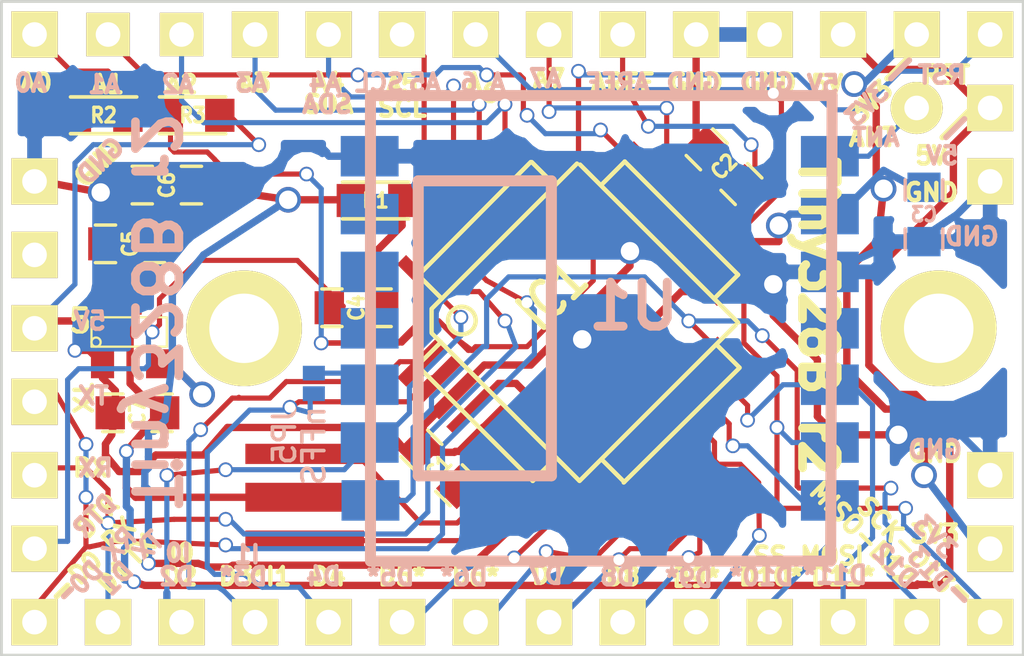
<source format=kicad_pcb>
(kicad_pcb (version 3) (host pcbnew "(2013-may-18)-stable")

  (general
    (links 76)
    (no_connects 0)
    (area 26.17724 11.19124 66.78676 36.691371)
    (thickness 1.6)
    (drawings 102)
    (tracks 596)
    (zones 0)
    (modules 25)
    (nets 33)
  )

  (page A3)
  (layers
    (15 F.Cu signal)
    (0 B.Cu signal)
    (16 B.Adhes user)
    (17 F.Adhes user)
    (18 B.Paste user)
    (19 F.Paste user)
    (20 B.SilkS user)
    (21 F.SilkS user)
    (22 B.Mask user)
    (23 F.Mask user)
    (24 Dwgs.User user)
    (25 Cmts.User user)
    (26 Eco1.User user)
    (27 Eco2.User user)
    (28 Edge.Cuts user)
  )

  (setup
    (last_trace_width 0.254)
    (user_trace_width 0.1778)
    (user_trace_width 0.254)
    (trace_clearance 0.254)
    (zone_clearance 0.508)
    (zone_45_only no)
    (trace_min 0.1524)
    (segment_width 0.2)
    (edge_width 0.1)
    (via_size 0.889)
    (via_drill 0.635)
    (via_min_size 0.4572)
    (via_min_drill 0.3302)
    (user_via 0.508 0.381)
    (user_via 0.889 0.508)
    (uvia_size 0.508)
    (uvia_drill 0.127)
    (uvias_allowed no)
    (uvia_min_size 0.508)
    (uvia_min_drill 0.127)
    (pcb_text_width 0.3)
    (pcb_text_size 1.5 1.5)
    (mod_edge_width 0.15)
    (mod_text_size 1 1)
    (mod_text_width 0.15)
    (pad_size 1.6 1.6)
    (pad_drill 0.85)
    (pad_to_mask_clearance 0)
    (aux_axis_origin 0 0)
    (visible_elements FFFFFFBF)
    (pcbplotparams
      (layerselection 284196865)
      (usegerberextensions true)
      (excludeedgelayer true)
      (linewidth 0.150000)
      (plotframeref false)
      (viasonmask false)
      (mode 1)
      (useauxorigin false)
      (hpglpennumber 1)
      (hpglpenspeed 20)
      (hpglpendiameter 15)
      (hpglpenoverlay 2)
      (psnegative false)
      (psa4output false)
      (plotreference true)
      (plotvalue true)
      (plotothertext true)
      (plotinvisibletext false)
      (padsonsilk false)
      (subtractmaskfromsilk false)
      (outputformat 1)
      (mirror false)
      (drillshape 0)
      (scaleselection 1)
      (outputdirectory /home/jan/Documents/kicad/tiny328/gerber/))
  )

  (net 0 "")
  (net 1 +5V)
  (net 2 /A0)
  (net 3 /A1)
  (net 4 /A2)
  (net 5 /A3)
  (net 6 /A4/SDA)
  (net 7 /A5/SCL)
  (net 8 /A6)
  (net 9 /A7)
  (net 10 /AREF)
  (net 11 /D0/RX)
  (net 12 /D1/TX)
  (net 13 /D10/SS)
  (net 14 /D11/MOSI)
  (net 15 /D12/MISO)
  (net 16 /D13/SCK)
  (net 17 /D2)
  (net 18 /D3)
  (net 19 /D4)
  (net 20 /D5)
  (net 21 /D6)
  (net 22 /D7)
  (net 23 /D8)
  (net 24 /D9)
  (net 25 /RESET)
  (net 26 3V3)
  (net 27 GND)
  (net 28 N-0000010)
  (net 29 N-0000017)
  (net 30 N-0000020)
  (net 31 N-000007)
  (net 32 N-000009)

  (net_class Default "This is the default net class."
    (clearance 0.254)
    (trace_width 0.254)
    (via_dia 0.889)
    (via_drill 0.635)
    (uvia_dia 0.508)
    (uvia_drill 0.127)
    (add_net "")
    (add_net +5V)
    (add_net /A0)
    (add_net /A1)
    (add_net /A2)
    (add_net /A3)
    (add_net /A4/SDA)
    (add_net /A5/SCL)
    (add_net /A6)
    (add_net /A7)
    (add_net /AREF)
    (add_net /D0/RX)
    (add_net /D1/TX)
    (add_net /D10/SS)
    (add_net /D11/MOSI)
    (add_net /D12/MISO)
    (add_net /D13/SCK)
    (add_net /D2)
    (add_net /D3)
    (add_net /D4)
    (add_net /D5)
    (add_net /D6)
    (add_net /D7)
    (add_net /D8)
    (add_net /D9)
    (add_net /RESET)
    (add_net 3V3)
    (add_net GND)
    (add_net N-0000010)
    (add_net N-0000017)
    (add_net N-0000020)
    (add_net N-000007)
    (add_net N-000009)
  )

  (net_class Small ""
    (clearance 0.1778)
    (trace_width 0.1778)
    (via_dia 0.508)
    (via_drill 0.381)
    (uvia_dia 0.508)
    (uvia_drill 0.127)
  )

  (module SIL-1_RND (layer F.Cu) (tedit 5485C375) (tstamp 54281066)
    (at 60.452 17.526)
    (descr "Connecteurs 1 pin")
    (tags "CONN DEV")
    (path /5426FA4D)
    (fp_text reference JP8 (at 0 -2.54) (layer F.SilkS) hide
      (effects (font (size 1.72974 1.08712) (thickness 0.27178)))
    )
    (fp_text value ANT (at 0 -2.54) (layer F.SilkS) hide
      (effects (font (size 1.524 1.016) (thickness 0.254)))
    )
    (pad 1 thru_hole circle (at 0 0) (size 1.8 1.8) (drill 0.85)
      (layers *.Cu *.Mask F.SilkS)
      (net 30 N-0000020)
    )
  )

  (module YIC_ZTTCV (layer F.Cu) (tedit 54281D4B) (tstamp 54280657)
    (at 39.3065 30.988 90)
    (path /5427C78B)
    (fp_text reference Y1 (at 0.1 -3.3 90) (layer F.SilkS) hide
      (effects (font (size 1 1) (thickness 0.15)))
    )
    (fp_text value 16MHz (at 0.2 3 90) (layer F.SilkS) hide
      (effects (font (size 1 1) (thickness 0.15)))
    )
    (pad 3 smd rect (at 0 0 90) (size 1 4.1)
      (layers F.Cu F.Paste F.Mask)
      (net 27 GND)
    )
    (pad 2 smd rect (at 1.5 0 90) (size 0.7 4.1)
      (layers F.Cu F.Paste F.Mask)
      (net 28 N-0000010)
    )
    (pad 1 smd rect (at -1.5 0 90) (size 0.7 4.1)
      (layers F.Cu F.Paste F.Mask)
      (net 32 N-000009)
    )
  )

  (module TQFP32 (layer F.Cu) (tedit 54281D5F) (tstamp 5428068D)
    (at 48.768 24.892 45)
    (path /54257DBC)
    (fp_text reference IC1 (at 0 -1.27 45) (layer F.SilkS)
      (effects (font (size 1.27 1.016) (thickness 0.2032)))
    )
    (fp_text value ATMEGA328P-A (at 0 1.905 45) (layer F.SilkS) hide
      (effects (font (size 1.27 1.016) (thickness 0.2032)))
    )
    (fp_line (start 5.0292 2.7686) (end 3.8862 2.7686) (layer F.SilkS) (width 0.1524))
    (fp_line (start 5.0292 -2.7686) (end 3.9116 -2.7686) (layer F.SilkS) (width 0.1524))
    (fp_line (start 5.0292 2.7686) (end 5.0292 -2.7686) (layer F.SilkS) (width 0.1524))
    (fp_line (start 2.794 3.9624) (end 2.794 5.0546) (layer F.SilkS) (width 0.1524))
    (fp_line (start -2.8194 3.9878) (end -2.8194 5.0546) (layer F.SilkS) (width 0.1524))
    (fp_line (start -2.8448 5.0546) (end 2.794 5.08) (layer F.SilkS) (width 0.1524))
    (fp_line (start -2.794 -5.0292) (end 2.7178 -5.0546) (layer F.SilkS) (width 0.1524))
    (fp_line (start -3.8862 -3.2766) (end -3.8862 3.9116) (layer F.SilkS) (width 0.1524))
    (fp_line (start 2.7432 -5.0292) (end 2.7432 -3.9878) (layer F.SilkS) (width 0.1524))
    (fp_line (start -3.2512 -3.8862) (end 3.81 -3.8862) (layer F.SilkS) (width 0.1524))
    (fp_line (start 3.8608 3.937) (end 3.8608 -3.7846) (layer F.SilkS) (width 0.1524))
    (fp_line (start -3.8862 3.937) (end 3.7338 3.937) (layer F.SilkS) (width 0.1524))
    (fp_line (start -5.0292 -2.8448) (end -5.0292 2.794) (layer F.SilkS) (width 0.1524))
    (fp_line (start -5.0292 2.794) (end -3.8862 2.794) (layer F.SilkS) (width 0.1524))
    (fp_line (start -3.87604 -3.302) (end -3.29184 -3.8862) (layer F.SilkS) (width 0.1524))
    (fp_line (start -5.02412 -2.8448) (end -3.87604 -2.8448) (layer F.SilkS) (width 0.1524))
    (fp_line (start -2.794 -3.8862) (end -2.794 -5.03428) (layer F.SilkS) (width 0.1524))
    (fp_circle (center -2.83972 -2.86004) (end -2.43332 -2.60604) (layer F.SilkS) (width 0.1524))
    (pad 8 smd rect (at -4.81584 2.77622 45) (size 1.99898 0.44958)
      (layers F.Cu F.Paste F.Mask)
      (net 32 N-000009)
    )
    (pad 7 smd rect (at -4.81584 1.97612 45) (size 1.99898 0.44958)
      (layers F.Cu F.Paste F.Mask)
      (net 28 N-0000010)
    )
    (pad 6 smd rect (at -4.81584 1.17602 45) (size 1.99898 0.44958)
      (layers F.Cu F.Paste F.Mask)
      (net 26 3V3)
    )
    (pad 5 smd rect (at -4.81584 0.37592 45) (size 1.99898 0.44958)
      (layers F.Cu F.Paste F.Mask)
      (net 27 GND)
    )
    (pad 4 smd rect (at -4.81584 -0.42418 45) (size 1.99898 0.44958)
      (layers F.Cu F.Paste F.Mask)
      (net 26 3V3)
    )
    (pad 3 smd rect (at -4.81584 -1.22428 45) (size 1.99898 0.44958)
      (layers F.Cu F.Paste F.Mask)
      (net 27 GND)
    )
    (pad 2 smd rect (at -4.81584 -2.02438 45) (size 1.99898 0.44958)
      (layers F.Cu F.Paste F.Mask)
      (net 19 /D4)
    )
    (pad 1 smd rect (at -4.81584 -2.82448 45) (size 1.99898 0.44958)
      (layers F.Cu F.Paste F.Mask)
      (net 18 /D3)
    )
    (pad 24 smd rect (at 4.7498 -2.8194 45) (size 1.99898 0.44958)
      (layers F.Cu F.Paste F.Mask)
      (net 3 /A1)
    )
    (pad 17 smd rect (at 4.7498 2.794 45) (size 1.99898 0.44958)
      (layers F.Cu F.Paste F.Mask)
      (net 16 /D13/SCK)
    )
    (pad 18 smd rect (at 4.7498 1.9812 45) (size 1.99898 0.44958)
      (layers F.Cu F.Paste F.Mask)
      (net 26 3V3)
    )
    (pad 19 smd rect (at 4.7498 1.1684 45) (size 1.99898 0.44958)
      (layers F.Cu F.Paste F.Mask)
      (net 8 /A6)
    )
    (pad 20 smd rect (at 4.7498 0.381 45) (size 1.99898 0.44958)
      (layers F.Cu F.Paste F.Mask)
      (net 10 /AREF)
    )
    (pad 21 smd rect (at 4.7498 -0.4318 45) (size 1.99898 0.44958)
      (layers F.Cu F.Paste F.Mask)
      (net 27 GND)
    )
    (pad 22 smd rect (at 4.7498 -1.2192 45) (size 1.99898 0.44958)
      (layers F.Cu F.Paste F.Mask)
      (net 9 /A7)
    )
    (pad 23 smd rect (at 4.7498 -2.032 45) (size 1.99898 0.44958)
      (layers F.Cu F.Paste F.Mask)
      (net 2 /A0)
    )
    (pad 32 smd rect (at -2.82448 -4.826 45) (size 0.44958 1.99898)
      (layers F.Cu F.Paste F.Mask)
      (net 17 /D2)
    )
    (pad 31 smd rect (at -2.02692 -4.826 45) (size 0.44958 1.99898)
      (layers F.Cu F.Paste F.Mask)
      (net 12 /D1/TX)
    )
    (pad 30 smd rect (at -1.22428 -4.826 45) (size 0.44958 1.99898)
      (layers F.Cu F.Paste F.Mask)
      (net 11 /D0/RX)
    )
    (pad 29 smd rect (at -0.42672 -4.826 45) (size 0.44958 1.99898)
      (layers F.Cu F.Paste F.Mask)
      (net 25 /RESET)
    )
    (pad 28 smd rect (at 0.37592 -4.826 45) (size 0.44958 1.99898)
      (layers F.Cu F.Paste F.Mask)
      (net 7 /A5/SCL)
    )
    (pad 27 smd rect (at 1.17348 -4.826 45) (size 0.44958 1.99898)
      (layers F.Cu F.Paste F.Mask)
      (net 6 /A4/SDA)
    )
    (pad 26 smd rect (at 1.97612 -4.826 45) (size 0.44958 1.99898)
      (layers F.Cu F.Paste F.Mask)
      (net 5 /A3)
    )
    (pad 25 smd rect (at 2.77368 -4.826 45) (size 0.44958 1.99898)
      (layers F.Cu F.Paste F.Mask)
      (net 4 /A2)
    )
    (pad 9 smd rect (at -2.8194 4.7752 45) (size 0.44958 1.99898)
      (layers F.Cu F.Paste F.Mask)
      (net 20 /D5)
    )
    (pad 10 smd rect (at -2.032 4.7752 45) (size 0.44958 1.99898)
      (layers F.Cu F.Paste F.Mask)
      (net 21 /D6)
    )
    (pad 11 smd rect (at -1.2192 4.7752 45) (size 0.44958 1.99898)
      (layers F.Cu F.Paste F.Mask)
      (net 22 /D7)
    )
    (pad 12 smd rect (at -0.4318 4.7752 45) (size 0.44958 1.99898)
      (layers F.Cu F.Paste F.Mask)
      (net 23 /D8)
    )
    (pad 13 smd rect (at 0.3556 4.7752 45) (size 0.44958 1.99898)
      (layers F.Cu F.Paste F.Mask)
      (net 24 /D9)
    )
    (pad 14 smd rect (at 1.1684 4.7752 45) (size 0.44958 1.99898)
      (layers F.Cu F.Paste F.Mask)
      (net 13 /D10/SS)
    )
    (pad 15 smd rect (at 1.9812 4.7752 45) (size 0.44958 1.99898)
      (layers F.Cu F.Paste F.Mask)
      (net 14 /D11/MOSI)
    )
    (pad 16 smd rect (at 2.794 4.7752 45) (size 0.44958 1.99898)
      (layers F.Cu F.Paste F.Mask)
      (net 15 /D12/MISO)
    )
    (model smd/tqfp32.wrl
      (at (xyz 0 0 0))
      (scale (xyz 1 1 1))
      (rotate (xyz 0 0 0))
    )
  )

  (module SOT23 (layer F.Cu) (tedit 5432EA74) (tstamp 54280699)
    (at 33.274 25.273)
    (tags SOT23)
    (path /54855A58)
    (fp_text reference U2 (at 1.99898 -0.09906 90) (layer F.SilkS) hide
      (effects (font (size 0.762 0.762) (thickness 0.11938)))
    )
    (fp_text value MCP1700 (at 0.0635 0) (layer F.SilkS) hide
      (effects (font (size 0.50038 0.50038) (thickness 0.09906)))
    )
    (fp_circle (center -1.17602 0.35052) (end -1.30048 0.44958) (layer F.SilkS) (width 0.07874))
    (fp_line (start 1.27 -0.508) (end 1.27 0.508) (layer F.SilkS) (width 0.07874))
    (fp_line (start -1.3335 -0.508) (end -1.3335 0.508) (layer F.SilkS) (width 0.07874))
    (fp_line (start 1.27 0.508) (end -1.3335 0.508) (layer F.SilkS) (width 0.07874))
    (fp_line (start -1.3335 -0.508) (end 1.27 -0.508) (layer F.SilkS) (width 0.07874))
    (pad 3 smd rect (at 0 -1.09982) (size 0.8001 1.00076)
      (layers F.Cu F.Paste F.Mask)
      (net 1 +5V)
    )
    (pad 2 smd rect (at 0.9525 1.09982) (size 0.8001 1.00076)
      (layers F.Cu F.Paste F.Mask)
      (net 26 3V3)
    )
    (pad 1 smd rect (at -0.9525 1.09982) (size 0.8001 1.00076)
      (layers F.Cu F.Paste F.Mask)
      (net 27 GND)
    )
    (model smd\SOT23_3.wrl
      (at (xyz 0 0 0))
      (scale (xyz 0.4 0.4 0.4))
      (rotate (xyz 0 0 180))
    )
  )

  (module S_JUMPER_2 (layer B.Cu) (tedit 5446B514) (tstamp 54280761)
    (at 39.624 27.051 90)
    (path /5427C56C)
    (fp_text reference JP5 (at -1.778 -1.016 90) (layer B.SilkS)
      (effects (font (size 0.762 0.762) (thickness 0.127)) (justify mirror))
    )
    (fp_text value nFFS (at -2.159 0 90) (layer B.SilkS)
      (effects (font (size 0.762 0.762) (thickness 0.127)) (justify mirror))
    )
    (pad 1 smd rect (at -0.3556 0 90) (size 0.508 0.762)
      (layers B.Cu B.Paste B.Mask)
      (net 19 /D4)
      (clearance 0.2032)
    )
    (pad 2 smd rect (at 0.3556 0 90) (size 0.508 0.762)
      (layers B.Cu B.Paste B.Mask)
      (net 31 N-000007)
      (clearance 0.2032)
    )
  )

  (module RFM12 (layer B.Cu) (tedit 5441692A) (tstamp 54285174)
    (at 49.53 25.146)
    (path /54257F70)
    (fp_text reference U1 (at 1.143 -0.762) (layer B.SilkS)
      (effects (font (size 1.524 1.524) (thickness 0.3048)) (justify mirror))
    )
    (fp_text value RFM12 (at 0 -1.80086) (layer B.SilkS) hide
      (effects (font (size 1.524 1.524) (thickness 0.3048)) (justify mirror))
    )
    (fp_line (start -6.2992 -5.10032) (end -6.2992 5.10032) (layer B.SilkS) (width 0.381))
    (fp_line (start -6.2992 5.10032) (end -1.69926 5.10032) (layer B.SilkS) (width 0.381))
    (fp_line (start -1.69926 5.10032) (end -1.69926 -5.10032) (layer B.SilkS) (width 0.381))
    (fp_line (start -1.69926 -5.10032) (end -6.2992 -5.10032) (layer B.SilkS) (width 0.381))
    (fp_line (start -7.9502 8.04926) (end 7.9502 8.04926) (layer B.SilkS) (width 0.381))
    (fp_line (start 7.9502 8.04926) (end 8.001 -8.04926) (layer B.SilkS) (width 0.381))
    (fp_line (start 8.001 -8.04926) (end -7.9502 -8.04926) (layer B.SilkS) (width 0.381))
    (fp_line (start -7.9502 -8.04926) (end -7.9502 8.04926) (layer B.SilkS) (width 0.381))
    (pad 1 smd rect (at -7.9502 5.95122) (size 1.99898 1.39954)
      (layers B.Cu B.Paste B.Mask)
      (net 15 /D12/MISO)
    )
    (pad 2 smd rect (at -7.97814 3.9497) (size 1.99898 1.39954)
      (layers B.Cu B.Paste B.Mask)
      (net 17 /D2)
    )
    (pad 3 smd rect (at -7.97814 1.95072) (size 1.99898 1.39954)
      (layers B.Cu B.Paste B.Mask)
      (net 31 N-000007)
    )
    (pad 4 smd rect (at -7.97814 0) (size 1.99898 1.39954)
      (layers B.Cu B.Paste B.Mask)
    )
    (pad 5 smd rect (at -7.97814 -1.95072) (size 1.99898 1.39954)
      (layers B.Cu B.Paste B.Mask)
    )
    (pad 6 smd rect (at -7.97814 -3.9497) (size 1.99898 1.39954)
      (layers B.Cu B.Paste B.Mask)
    )
    (pad 7 smd rect (at -7.97814 -5.95122) (size 1.99898 1.39954)
      (layers B.Cu B.Paste B.Mask)
      (net 27 GND)
    )
    (pad 8 smd rect (at 7.92226 -5.95122) (size 1.99898 1.39954)
      (layers B.Cu B.Paste B.Mask)
      (net 30 N-0000020)
    )
    (pad 9 smd rect (at 7.92226 -3.9497) (size 1.99898 1.39954)
      (layers B.Cu B.Paste B.Mask)
      (net 26 3V3)
    )
    (pad 10 smd rect (at 7.92226 -1.95072) (size 1.99898 1.39954)
      (layers B.Cu B.Paste B.Mask)
      (net 27 GND)
    )
    (pad 11 smd rect (at 7.92226 0) (size 1.99898 1.39954)
      (layers B.Cu B.Paste B.Mask)
    )
    (pad 12 smd rect (at 7.92226 1.95072) (size 1.99898 1.39954)
      (layers B.Cu B.Paste B.Mask)
      (net 14 /D11/MOSI)
    )
    (pad 13 smd rect (at 7.92226 3.9497) (size 1.99898 1.39954)
      (layers B.Cu B.Paste B.Mask)
      (net 16 /D13/SCK)
    )
    (pad 14 smd rect (at 7.92226 5.95122) (size 1.99898 1.39954)
      (layers B.Cu B.Paste B.Mask)
      (net 13 /D10/SS)
    )
    (model smd/rfm12.wrl
      (at (xyz 0 0 0))
      (scale (xyz 3.15 3.15 3.15))
      (rotate (xyz -90 0 0))
    )
  )

  (module SIL-8A (layer F.Cu) (tedit 5485B3CC) (tstamp 54280708)
    (at 38.862 14.986)
    (descr "Connecteur 8 pins")
    (tags "CONN DEV")
    (path /542580F9)
    (fp_text reference JP1 (at -6.35 -2.54) (layer F.SilkS) hide
      (effects (font (size 1.72974 1.08712) (thickness 0.27178)))
    )
    (fp_text value ANALOG (at 5.08 -2.54) (layer F.SilkS) hide
      (effects (font (size 1.524 1.016) (thickness 0.254)))
    )
    (pad 1 thru_hole rect (at -8.89 0) (size 1.6 1.6) (drill 0.85)
      (layers *.Cu *.Mask F.SilkS)
      (net 2 /A0)
    )
    (pad 2 thru_hole rect (at -6.35 0) (size 1.5 1.5) (drill 0.85)
      (layers *.Cu *.Mask F.SilkS)
      (net 3 /A1)
    )
    (pad 3 thru_hole rect (at -3.81 0) (size 1.5 1.5) (drill 0.85)
      (layers *.Cu *.Mask F.SilkS)
      (net 4 /A2)
    )
    (pad 4 thru_hole rect (at -1.27 0) (size 1.6 1.6) (drill 0.85)
      (layers *.Cu *.Mask F.SilkS)
      (net 5 /A3)
    )
    (pad 5 thru_hole rect (at 1.27 0) (size 1.6 1.6) (drill 0.85)
      (layers *.Cu *.Mask F.SilkS)
      (net 6 /A4/SDA)
    )
    (pad 6 thru_hole rect (at 3.81 0) (size 1.6 1.6) (drill 0.85)
      (layers *.Cu *.Mask F.SilkS)
      (net 7 /A5/SCL)
    )
    (pad 7 thru_hole rect (at 6.35 0) (size 1.6 1.6) (drill 0.85)
      (layers *.Cu *.Mask F.SilkS)
      (net 8 /A6)
    )
    (pad 8 thru_hole rect (at 8.89 0) (size 1.6 1.6) (drill 0.85)
      (layers *.Cu *.Mask F.SilkS)
      (net 9 /A7)
    )
  )

  (module SIL-8A (layer F.Cu) (tedit 54889F05) (tstamp 54280719)
    (at 38.862 35.306)
    (descr "Connecteur 8 pins")
    (tags "CONN DEV")
    (path /54258114)
    (fp_text reference JP2 (at -6.35 -2.54) (layer F.SilkS) hide
      (effects (font (size 1.72974 1.08712) (thickness 0.27178)))
    )
    (fp_text value "DIGITAL 1" (at 5.08 -2.54) (layer F.SilkS) hide
      (effects (font (size 1.524 1.016) (thickness 0.254)))
    )
    (pad 1 thru_hole rect (at -8.89 0) (size 1.6 1.6) (drill 0.85)
      (layers *.Cu *.Mask F.SilkS)
      (net 11 /D0/RX)
    )
    (pad 2 thru_hole rect (at -6.35 0) (size 1.6 1.6) (drill 0.85)
      (layers *.Cu *.Mask F.SilkS)
      (net 12 /D1/TX)
    )
    (pad 3 thru_hole rect (at -3.81 0) (size 1.6 1.6) (drill 0.85)
      (layers *.Cu *.Mask F.SilkS)
      (net 17 /D2)
    )
    (pad 4 thru_hole rect (at -1.27 0) (size 1.6 1.6) (drill 0.85)
      (layers *.Cu *.Mask F.SilkS)
      (net 18 /D3)
    )
    (pad 5 thru_hole rect (at 1.27 0) (size 1.6 1.6) (drill 0.85)
      (layers *.Cu *.Mask F.SilkS)
      (net 19 /D4)
    )
    (pad 6 thru_hole rect (at 3.81 0) (size 1.6 1.6) (drill 0.85)
      (layers *.Cu *.Mask F.SilkS)
      (net 20 /D5)
    )
    (pad 7 thru_hole rect (at 6.35 0) (size 1.6 1.6) (drill 0.85)
      (layers *.Cu *.Mask F.SilkS)
      (net 21 /D6)
    )
    (pad 8 thru_hole rect (at 8.89 0) (size 1.6 1.6) (drill 0.85)
      (layers *.Cu *.Mask F.SilkS)
      (net 22 /D7)
    )
  )

  (module SIL-6A (layer F.Cu) (tedit 5485C35E) (tstamp 54280746)
    (at 56.642 14.986 180)
    (descr "Connecteur 6 pins")
    (tags "CONN DEV")
    (path /5425814A)
    (fp_text reference JP4 (at 0 -2.54 180) (layer F.SilkS) hide
      (effects (font (size 1.72974 1.08712) (thickness 0.27178)))
    )
    (fp_text value POWER (at 0 -2.54 180) (layer F.SilkS) hide
      (effects (font (size 1.524 1.016) (thickness 0.3048)))
    )
    (pad 1 thru_hole rect (at -6.35 0 180) (size 1.6 1.6) (drill 0.85)
      (layers *.Cu *.Mask F.SilkS)
      (net 25 /RESET)
    )
    (pad 2 thru_hole rect (at -3.81 0 180) (size 1.6 1.6) (drill 0.85)
      (layers *.Cu *.Mask F.SilkS)
      (net 26 3V3)
    )
    (pad 3 thru_hole rect (at -1.27 0 180) (size 1.6 1.6) (drill 0.85)
      (layers *.Cu *.Mask F.SilkS)
      (net 1 +5V)
    )
    (pad 4 thru_hole rect (at 1.27 0 180) (size 1.6 1.6) (drill 0.85)
      (layers *.Cu *.Mask F.SilkS)
      (net 27 GND)
    )
    (pad 5 thru_hole rect (at 3.81 0 180) (size 1.6 1.6) (drill 0.85)
      (layers *.Cu *.Mask F.SilkS)
      (net 27 GND)
    )
    (pad 6 thru_hole rect (at 6.35 0 180) (size 1.6 1.6) (drill 0.85)
      (layers *.Cu *.Mask F.SilkS)
      (net 10 /AREF)
    )
  )

  (module SIL-6A (layer F.Cu) (tedit 54889F54) (tstamp 54280737)
    (at 56.642 35.306)
    (descr "Connecteur 6 pins")
    (tags "CONN DEV")
    (path /5425812F)
    (fp_text reference JP3 (at 0 -2.54) (layer F.SilkS) hide
      (effects (font (size 1.72974 1.08712) (thickness 0.27178)))
    )
    (fp_text value "DIGITAL 2" (at 0 -2.54) (layer F.SilkS) hide
      (effects (font (size 1.524 1.016) (thickness 0.3048)))
    )
    (pad 1 thru_hole rect (at -6.35 0) (size 1.6 1.6) (drill 0.85)
      (layers *.Cu *.Mask F.SilkS)
      (net 23 /D8)
    )
    (pad 2 thru_hole rect (at -3.81 0) (size 1.6 1.6) (drill 0.85)
      (layers *.Cu *.Mask F.SilkS)
      (net 24 /D9)
    )
    (pad 3 thru_hole rect (at -1.27 0) (size 1.6 1.6) (drill 0.85)
      (layers *.Cu *.Mask F.SilkS)
      (net 13 /D10/SS)
    )
    (pad 4 thru_hole rect (at 1.27 0) (size 1.6 1.6) (drill 0.85)
      (layers *.Cu *.Mask F.SilkS)
      (net 14 /D11/MOSI)
    )
    (pad 5 thru_hole rect (at 3.81 0) (size 1.6 1.6) (drill 0.85)
      (layers *.Cu *.Mask F.SilkS)
      (net 15 /D12/MISO)
    )
    (pad 6 thru_hole rect (at 6.35 0) (size 1.6 1.6) (drill 0.85)
      (layers *.Cu *.Mask F.SilkS)
      (net 16 /D13/SCK)
    )
  )

  (module SIL-6A (layer F.Cu) (tedit 548B3EE1) (tstamp 54280728)
    (at 29.972 26.416 90)
    (descr "Connecteur 6 pins")
    (tags "CONN DEV")
    (path /5425809B)
    (fp_text reference JP6 (at 0 -2.54 90) (layer F.SilkS) hide
      (effects (font (size 1.72974 1.08712) (thickness 0.27178)))
    )
    (fp_text value FTDI (at 0 -2.54 90) (layer F.SilkS) hide
      (effects (font (size 1.524 1.016) (thickness 0.3048)))
    )
    (pad 1 thru_hole rect (at -6.35 0 90) (size 1.6 1.6) (drill 0.85)
      (layers *.Cu *.Mask F.SilkS)
      (net 29 N-0000017)
    )
    (pad 2 thru_hole rect (at -3.81 0 90) (size 1.6 1.6) (drill 0.85)
      (layers *.Cu *.Mask F.SilkS)
      (net 12 /D1/TX)
    )
    (pad 3 thru_hole rect (at -1.27 0 90) (size 1.6 1.6) (drill 0.85)
      (layers *.Cu *.Mask F.SilkS)
      (net 11 /D0/RX)
    )
    (pad 4 thru_hole rect (at 1.27 0 90) (size 1.6 1.6) (drill 0.85)
      (layers *.Cu *.Mask F.SilkS)
      (net 1 +5V)
    )
    (pad 5 thru_hole rect (at 3.81 0 90) (size 1.6 1.6) (drill 0.85)
      (layers *.Cu *.Mask F.SilkS)
    )
    (pad 6 thru_hole rect (at 6.35 0 90) (size 1.6 1.6) (drill 0.85)
      (layers *.Cu *.Mask F.SilkS)
      (net 27 GND)
    )
  )

  (module SIL-2A (layer F.Cu) (tedit 5485C386) (tstamp 54280752)
    (at 62.992 18.796 270)
    (descr "Connecteurs 2 pins")
    (tags "CONN DEV")
    (path /542580DE)
    (fp_text reference JP7 (at 0 -2.54 270) (layer F.SilkS) hide
      (effects (font (size 1.72974 1.08712) (thickness 0.27178)))
    )
    (fp_text value PWR1 (at 0 -2.54 270) (layer F.SilkS) hide
      (effects (font (size 1.524 1.016) (thickness 0.3048)))
    )
    (pad 1 thru_hole rect (at -1.27 0 270) (size 1.6 1.6) (drill 0.85)
      (layers *.Cu *.Mask F.SilkS)
      (net 1 +5V)
    )
    (pad 2 thru_hole rect (at 1.27 0 270) (size 1.6 1.6) (drill 0.85)
      (layers *.Cu *.Mask F.SilkS)
      (net 27 GND)
    )
  )

  (module SIL-2A (layer F.Cu) (tedit 54889FA9) (tstamp 542EF40A)
    (at 62.992 31.496 90)
    (descr "Connecteurs 2 pins")
    (tags "CONN DEV")
    (path /542EF452)
    (fp_text reference JP9 (at 0 -2.54 90) (layer F.SilkS) hide
      (effects (font (size 1.72974 1.08712) (thickness 0.27178)))
    )
    (fp_text value PWR2 (at 0 -2.54 90) (layer F.SilkS) hide
      (effects (font (size 1.524 1.016) (thickness 0.3048)))
    )
    (pad 1 thru_hole rect (at -1.27 0 90) (size 1.6 1.6) (drill 0.85)
      (layers *.Cu *.Mask F.SilkS)
      (net 26 3V3)
    )
    (pad 2 thru_hole rect (at 1.27 0 90) (size 1.6 1.6) (drill 0.85)
      (layers *.Cu *.Mask F.SilkS)
      (net 27 GND)
    )
  )

  (module 1pin_only (layer F.Cu) (tedit 54856861) (tstamp 542F0A9B)
    (at 37.211 25.146)
    (descr "module 1 pin (ou trou mecanique de percage)")
    (tags DEV)
    (path 1pin)
    (fp_text reference 1PIN (at 0 -3.048) (layer F.SilkS) hide
      (effects (font (size 1.016 1.016) (thickness 0.254)))
    )
    (fp_text value P*** (at 0 2.794) (layer F.SilkS) hide
      (effects (font (size 1.016 1.016) (thickness 0.254)))
    )
    (pad "" thru_hole circle (at 0 0) (size 4 4) (drill 2.4)
      (layers *.Cu *.Mask F.SilkS)
    )
  )

  (module 1pin_only (layer F.Cu) (tedit 54856861) (tstamp 542F0C08)
    (at 61.214 25.146)
    (descr "module 1 pin (ou trou mecanique de percage)")
    (tags DEV)
    (path 1pin)
    (fp_text reference 1PIN (at 0 -3.048) (layer F.SilkS) hide
      (effects (font (size 1.016 1.016) (thickness 0.254)))
    )
    (fp_text value P*** (at 0 2.794) (layer F.SilkS) hide
      (effects (font (size 1.016 1.016) (thickness 0.254)))
    )
    (pad "" thru_hole circle (at 0 0) (size 4 4) (drill 2.4)
      (layers *.Cu *.Mask F.SilkS)
    )
  )

  (module SM0603_C_Hand (layer F.Cu) (tedit 5488A552) (tstamp 542806ED)
    (at 43.942 29.972 135)
    (path /5427C68F)
    (attr smd)
    (fp_text reference C1 (at 0 0 225) (layer F.SilkS)
      (effects (font (size 0.508 0.4572) (thickness 0.1143)))
    )
    (fp_text value 0.1uF (at -1.651 0 225) (layer F.SilkS) hide
      (effects (font (size 0.508 0.4572) (thickness 0.1143)))
    )
    (fp_line (start 0.50038 0.65024) (end 1.19888 0.65024) (layer F.SilkS) (width 0.11938))
    (fp_line (start -0.50038 0.65024) (end -1.19888 0.65024) (layer F.SilkS) (width 0.11938))
    (fp_line (start 0.50038 -0.65024) (end 1.19888 -0.65024) (layer F.SilkS) (width 0.11938))
    (fp_line (start -1.19888 -0.65024) (end -0.50038 -0.65024) (layer F.SilkS) (width 0.11938))
    (pad 1 smd rect (at -0.9398 0 135) (size 1.016 1.143)
      (layers F.Cu F.Paste F.Mask)
      (net 26 3V3)
    )
    (pad 2 smd rect (at 0.9398 0 135) (size 1.016 1.143)
      (layers F.Cu F.Paste F.Mask)
      (net 27 GND)
    )
    (model smd\capacitors\C0603.wrl
      (at (xyz 0 0 0.001))
      (scale (xyz 0.5 0.5 0.5))
      (rotate (xyz 0 0 0))
    )
  )

  (module SM0603_C_Hand (layer F.Cu) (tedit 5488A552) (tstamp 542806E1)
    (at 34.544 20.193 180)
    (path /5426FDD7)
    (attr smd)
    (fp_text reference C6 (at 0 0 270) (layer F.SilkS)
      (effects (font (size 0.508 0.4572) (thickness 0.1143)))
    )
    (fp_text value 0.1uF (at -1.651 0 270) (layer F.SilkS) hide
      (effects (font (size 0.508 0.4572) (thickness 0.1143)))
    )
    (fp_line (start 0.50038 0.65024) (end 1.19888 0.65024) (layer F.SilkS) (width 0.11938))
    (fp_line (start -0.50038 0.65024) (end -1.19888 0.65024) (layer F.SilkS) (width 0.11938))
    (fp_line (start 0.50038 -0.65024) (end 1.19888 -0.65024) (layer F.SilkS) (width 0.11938))
    (fp_line (start -1.19888 -0.65024) (end -0.50038 -0.65024) (layer F.SilkS) (width 0.11938))
    (pad 1 smd rect (at -0.9398 0 180) (size 1.016 1.143)
      (layers F.Cu F.Paste F.Mask)
      (net 26 3V3)
    )
    (pad 2 smd rect (at 0.9398 0 180) (size 1.016 1.143)
      (layers F.Cu F.Paste F.Mask)
      (net 27 GND)
    )
    (model smd\capacitors\C0603.wrl
      (at (xyz 0 0 0.001))
      (scale (xyz 0.5 0.5 0.5))
      (rotate (xyz 0 0 0))
    )
  )

  (module SM0603_C_Hand (layer F.Cu) (tedit 5488A552) (tstamp 542806D5)
    (at 33.274 22.225 180)
    (path /5426FD4F)
    (attr smd)
    (fp_text reference C5 (at 0 0 270) (layer F.SilkS)
      (effects (font (size 0.508 0.4572) (thickness 0.1143)))
    )
    (fp_text value 10uF (at -1.651 0 270) (layer F.SilkS) hide
      (effects (font (size 0.508 0.4572) (thickness 0.1143)))
    )
    (fp_line (start 0.50038 0.65024) (end 1.19888 0.65024) (layer F.SilkS) (width 0.11938))
    (fp_line (start -0.50038 0.65024) (end -1.19888 0.65024) (layer F.SilkS) (width 0.11938))
    (fp_line (start 0.50038 -0.65024) (end 1.19888 -0.65024) (layer F.SilkS) (width 0.11938))
    (fp_line (start -1.19888 -0.65024) (end -0.50038 -0.65024) (layer F.SilkS) (width 0.11938))
    (pad 1 smd rect (at -0.9398 0 180) (size 1.016 1.143)
      (layers F.Cu F.Paste F.Mask)
      (net 26 3V3)
    )
    (pad 2 smd rect (at 0.9398 0 180) (size 1.016 1.143)
      (layers F.Cu F.Paste F.Mask)
      (net 27 GND)
    )
    (model smd\capacitors\C0603.wrl
      (at (xyz 0 0 0.001))
      (scale (xyz 0.5 0.5 0.5))
      (rotate (xyz 0 0 0))
    )
  )

  (module SM0603_C_Hand (layer F.Cu) (tedit 5488A552) (tstamp 543191DD)
    (at 33.528 28.067 180)
    (path /5426FCE1)
    (attr smd)
    (fp_text reference C7 (at 0 0 270) (layer F.SilkS)
      (effects (font (size 0.508 0.4572) (thickness 0.1143)))
    )
    (fp_text value 1uF (at -1.651 0 270) (layer F.SilkS) hide
      (effects (font (size 0.508 0.4572) (thickness 0.1143)))
    )
    (fp_line (start 0.50038 0.65024) (end 1.19888 0.65024) (layer F.SilkS) (width 0.11938))
    (fp_line (start -0.50038 0.65024) (end -1.19888 0.65024) (layer F.SilkS) (width 0.11938))
    (fp_line (start 0.50038 -0.65024) (end 1.19888 -0.65024) (layer F.SilkS) (width 0.11938))
    (fp_line (start -1.19888 -0.65024) (end -0.50038 -0.65024) (layer F.SilkS) (width 0.11938))
    (pad 1 smd rect (at -0.9398 0 180) (size 1.016 1.143)
      (layers F.Cu F.Paste F.Mask)
      (net 1 +5V)
    )
    (pad 2 smd rect (at 0.9398 0 180) (size 1.016 1.143)
      (layers F.Cu F.Paste F.Mask)
      (net 27 GND)
    )
    (model smd\capacitors\C0603.wrl
      (at (xyz 0 0 0.001))
      (scale (xyz 0.5 0.5 0.5))
      (rotate (xyz 0 0 0))
    )
  )

  (module SM0603_C_Hand (layer B.Cu) (tedit 5488A552) (tstamp 54280C65)
    (at 60.706 21.209 270)
    (path /5426FBA5)
    (attr smd)
    (fp_text reference C3 (at 0 0 540) (layer B.SilkS)
      (effects (font (size 0.508 0.4572) (thickness 0.1143)) (justify mirror))
    )
    (fp_text value 0.1uF (at -1.651 0 540) (layer B.SilkS) hide
      (effects (font (size 0.508 0.4572) (thickness 0.1143)) (justify mirror))
    )
    (fp_line (start 0.50038 -0.65024) (end 1.19888 -0.65024) (layer B.SilkS) (width 0.11938))
    (fp_line (start -0.50038 -0.65024) (end -1.19888 -0.65024) (layer B.SilkS) (width 0.11938))
    (fp_line (start 0.50038 0.65024) (end 1.19888 0.65024) (layer B.SilkS) (width 0.11938))
    (fp_line (start -1.19888 0.65024) (end -0.50038 0.65024) (layer B.SilkS) (width 0.11938))
    (pad 1 smd rect (at -0.9398 0 270) (size 1.016 1.143)
      (layers B.Cu B.Paste B.Mask)
      (net 26 3V3)
    )
    (pad 2 smd rect (at 0.9398 0 270) (size 1.016 1.143)
      (layers B.Cu B.Paste B.Mask)
      (net 27 GND)
    )
    (model smd\capacitors\C0603.wrl
      (at (xyz 0 0 0.001))
      (scale (xyz 0.5 0.5 0.5))
      (rotate (xyz 0 0 0))
    )
  )

  (module SM0603_C_Hand (layer F.Cu) (tedit 5488A552) (tstamp 542806B1)
    (at 53.7972 19.558 135)
    (path /5427C700)
    (attr smd)
    (fp_text reference C2 (at 0 0 225) (layer F.SilkS)
      (effects (font (size 0.508 0.4572) (thickness 0.1143)))
    )
    (fp_text value 0.1uF (at -1.651 0 225) (layer F.SilkS) hide
      (effects (font (size 0.508 0.4572) (thickness 0.1143)))
    )
    (fp_line (start 0.50038 0.65024) (end 1.19888 0.65024) (layer F.SilkS) (width 0.11938))
    (fp_line (start -0.50038 0.65024) (end -1.19888 0.65024) (layer F.SilkS) (width 0.11938))
    (fp_line (start 0.50038 -0.65024) (end 1.19888 -0.65024) (layer F.SilkS) (width 0.11938))
    (fp_line (start -1.19888 -0.65024) (end -0.50038 -0.65024) (layer F.SilkS) (width 0.11938))
    (pad 1 smd rect (at -0.9398 0 135) (size 1.016 1.143)
      (layers F.Cu F.Paste F.Mask)
      (net 10 /AREF)
    )
    (pad 2 smd rect (at 0.9398 0 135) (size 1.016 1.143)
      (layers F.Cu F.Paste F.Mask)
      (net 27 GND)
    )
    (model smd\capacitors\C0603.wrl
      (at (xyz 0 0 0.001))
      (scale (xyz 0.5 0.5 0.5))
      (rotate (xyz 0 0 0))
    )
  )

  (module SM0603_C_Hand (layer F.Cu) (tedit 5488A552) (tstamp 542806A5)
    (at 41.0972 24.4348 180)
    (path /5425AD9F)
    (attr smd)
    (fp_text reference C4 (at 0 0 270) (layer F.SilkS)
      (effects (font (size 0.508 0.4572) (thickness 0.1143)))
    )
    (fp_text value 0.1uF (at -1.651 0 270) (layer F.SilkS) hide
      (effects (font (size 0.508 0.4572) (thickness 0.1143)))
    )
    (fp_line (start 0.50038 0.65024) (end 1.19888 0.65024) (layer F.SilkS) (width 0.11938))
    (fp_line (start -0.50038 0.65024) (end -1.19888 0.65024) (layer F.SilkS) (width 0.11938))
    (fp_line (start 0.50038 -0.65024) (end 1.19888 -0.65024) (layer F.SilkS) (width 0.11938))
    (fp_line (start -1.19888 -0.65024) (end -0.50038 -0.65024) (layer F.SilkS) (width 0.11938))
    (pad 1 smd rect (at -0.9398 0 180) (size 1.016 1.143)
      (layers F.Cu F.Paste F.Mask)
      (net 25 /RESET)
    )
    (pad 2 smd rect (at 0.9398 0 180) (size 1.016 1.143)
      (layers F.Cu F.Paste F.Mask)
      (net 29 N-0000017)
    )
    (model smd\capacitors\C0603.wrl
      (at (xyz 0 0 0.001))
      (scale (xyz 0.5 0.5 0.5))
      (rotate (xyz 0 0 0))
    )
  )

  (module SM0603_Hand (layer F.Cu) (tedit 5488A79C) (tstamp 544E0703)
    (at 35.433 17.78)
    (path /544E06A4)
    (attr smd)
    (fp_text reference R3 (at 0 0) (layer F.SilkS)
      (effects (font (size 0.508 0.4572) (thickness 0.1143)))
    )
    (fp_text value 100K (at 0 -1) (layer F.SilkS) hide
      (effects (font (size 0.508 0.4572) (thickness 0.1143)))
    )
    (fp_line (start -1.143 -0.635) (end 1.143 -0.635) (layer F.SilkS) (width 0.127))
    (fp_line (start 1.143 0.635) (end -1.143 0.635) (layer F.SilkS) (width 0.127))
    (pad 1 smd rect (at -0.8382 0) (size 1.016 1.143)
      (layers F.Cu F.Paste F.Mask)
      (net 2 /A0)
    )
    (pad 2 smd rect (at 0.9398 0) (size 1.016 1.143)
      (layers F.Cu F.Paste F.Mask)
      (net 1 +5V)
    )
    (model smd\resistors\R0603.wrl
      (at (xyz 0 0 0.001))
      (scale (xyz 0.5 0.5 0.5))
      (rotate (xyz 0 0 0))
    )
  )

  (module SM0603_Hand (layer F.Cu) (tedit 5488A79C) (tstamp 544E06F9)
    (at 32.3596 17.78 180)
    (path /544E0695)
    (attr smd)
    (fp_text reference R2 (at 0 0 180) (layer F.SilkS)
      (effects (font (size 0.508 0.4572) (thickness 0.1143)))
    )
    (fp_text value 100K (at 0 -1 180) (layer F.SilkS) hide
      (effects (font (size 0.508 0.4572) (thickness 0.1143)))
    )
    (fp_line (start -1.143 -0.635) (end 1.143 -0.635) (layer F.SilkS) (width 0.127))
    (fp_line (start 1.143 0.635) (end -1.143 0.635) (layer F.SilkS) (width 0.127))
    (pad 1 smd rect (at -0.8382 0 180) (size 1.016 1.143)
      (layers F.Cu F.Paste F.Mask)
      (net 2 /A0)
    )
    (pad 2 smd rect (at 0.9398 0 180) (size 1.016 1.143)
      (layers F.Cu F.Paste F.Mask)
      (net 27 GND)
    )
    (model smd\resistors\R0603.wrl
      (at (xyz 0 0 0.001))
      (scale (xyz 0.5 0.5 0.5))
      (rotate (xyz 0 0 0))
    )
  )

  (module SM0603_Hand (layer F.Cu) (tedit 5488A79C) (tstamp 542806F7)
    (at 41.7576 20.7264)
    (path /5427C5CB)
    (attr smd)
    (fp_text reference R1 (at 0 0) (layer F.SilkS)
      (effects (font (size 0.508 0.4572) (thickness 0.1143)))
    )
    (fp_text value 10k (at 0 -1) (layer F.SilkS) hide
      (effects (font (size 0.508 0.4572) (thickness 0.1143)))
    )
    (fp_line (start -1.143 -0.635) (end 1.143 -0.635) (layer F.SilkS) (width 0.127))
    (fp_line (start 1.143 0.635) (end -1.143 0.635) (layer F.SilkS) (width 0.127))
    (pad 1 smd rect (at -0.8382 0) (size 1.016 1.143)
      (layers F.Cu F.Paste F.Mask)
      (net 26 3V3)
    )
    (pad 2 smd rect (at 0.9398 0) (size 1.016 1.143)
      (layers F.Cu F.Paste F.Mask)
      (net 25 /RESET)
    )
    (model smd\resistors\R0603.wrl
      (at (xyz 0 0 0.001))
      (scale (xyz 0.5 0.5 0.5))
      (rotate (xyz 0 0 0))
    )
  )

  (gr_text "Tiny328B r2" (at 34.1376 24.5364 270) (layer B.SilkS)
    (effects (font (size 1.5 1.5) (thickness 0.3)) (justify mirror))
  )
  (gr_text "Tiny328B r2" (at 57.0484 24.7396 270) (layer F.SilkS)
    (effects (font (size 1.2 1.2) (thickness 0.3)))
  )
  (gr_text TX (at 33.6296 32.8168 45) (layer F.SilkS)
    (effects (font (size 0.6 0.6) (thickness 0.15)))
  )
  (gr_line (start 28.829 13.843) (end 28.829 36.449) (angle 90) (layer Edge.Cuts) (width 0.1))
  (gr_line (start 61.722 34.163) (end 62.103 34.544) (angle 90) (layer B.SilkS) (width 0.2))
  (gr_text A0 (at 30.48 16.6624) (layer B.SilkS)
    (effects (font (size 0.6 0.6) (thickness 0.15)) (justify left mirror))
  )
  (gr_text A1 (at 33.02 16.7132) (layer B.SilkS)
    (effects (font (size 0.6 0.6) (thickness 0.15)) (justify left mirror))
  )
  (gr_text A2 (at 35.56 16.7132) (layer B.SilkS)
    (effects (font (size 0.6 0.6) (thickness 0.15)) (justify left mirror))
  )
  (gr_text A3 (at 38.1 16.6624) (layer B.SilkS)
    (effects (font (size 0.6 0.6) (thickness 0.15)) (justify left mirror))
  )
  (gr_text SDA (at 41.021 17.399) (layer B.SilkS)
    (effects (font (size 0.6 0.6) (thickness 0.15)) (justify left mirror))
  )
  (gr_text A4 (at 40.64 16.6624) (layer B.SilkS)
    (effects (font (size 0.6 0.6) (thickness 0.15)) (justify left mirror))
  )
  (gr_text SCL (at 42.8244 16.6624) (layer B.SilkS)
    (effects (font (size 0.6 0.6) (thickness 0.15)) (justify left mirror))
  )
  (gr_text A5 (at 44.0944 16.6624) (layer B.SilkS)
    (effects (font (size 0.6 0.6) (thickness 0.15)) (justify left mirror))
  )
  (gr_text 6 (at 45.3644 16.6624) (layer B.SilkS)
    (effects (font (size 0.6 0.6) (thickness 0.15)) (justify left mirror))
  )
  (gr_text A (at 46.3296 16.6624) (layer B.SilkS)
    (effects (font (size 0.6 0.6) (thickness 0.15)) (justify left mirror))
  )
  (gr_text 6 (at 45.72 17.018) (layer F.SilkS)
    (effects (font (size 0.6 0.6) (thickness 0.15)))
  )
  (gr_text A7 (at 48.26 16.51) (layer B.SilkS)
    (effects (font (size 0.6 0.6) (thickness 0.15)) (justify left mirror))
  )
  (gr_text AREF (at 51.308 16.6624) (layer B.SilkS)
    (effects (font (size 0.6 0.6) (thickness 0.15)) (justify left mirror))
  )
  (gr_text GND (at 53.7464 16.6624) (layer B.SilkS)
    (effects (font (size 0.6 0.6) (thickness 0.15)) (justify left mirror))
  )
  (gr_text GND (at 56.2864 16.6624) (layer B.SilkS)
    (effects (font (size 0.6 0.6) (thickness 0.15)) (justify left mirror))
  )
  (gr_line (start 59.563 16.51) (end 60.198 15.875) (angle 90) (layer B.SilkS) (width 0.2))
  (gr_text 3V3 (at 59.3852 16.764 45) (layer B.SilkS)
    (effects (font (size 0.6 0.6) (thickness 0.15)) (justify left mirror))
  )
  (gr_text 5V (at 57.8612 16.7132) (layer B.SilkS)
    (effects (font (size 0.6 0.6) (thickness 0.15)) (justify left mirror))
  )
  (gr_text RST (at 62.23 16.383) (layer B.SilkS)
    (effects (font (size 0.6 0.6) (thickness 0.15)) (justify left mirror))
  )
  (gr_line (start 61.468 18.542) (end 62.103 17.907) (angle 90) (layer B.SilkS) (width 0.2))
  (gr_text 5V (at 61.976 19.177) (layer B.SilkS)
    (effects (font (size 0.6 0.6) (thickness 0.15)) (justify left mirror))
  )
  (gr_text ANT (at 59.944 18.542) (layer B.SilkS)
    (effects (font (size 0.6 0.6) (thickness 0.15)) (justify left mirror))
  )
  (gr_text GND (at 63.373 21.971) (layer B.SilkS)
    (effects (font (size 0.6 0.6) (thickness 0.15)) (justify left mirror))
  )
  (gr_text GND (at 62.103 29.337) (layer B.SilkS)
    (effects (font (size 0.6 0.6) (thickness 0.15)) (justify left mirror))
  )
  (gr_text 3V3 (at 61.722 33.02 315) (layer B.SilkS)
    (effects (font (size 0.6 0.6) (thickness 0.15)) (justify left mirror))
  )
  (gr_text D13 (at 61.595 34.163 315) (layer B.SilkS)
    (effects (font (size 0.6 0.6) (thickness 0.15)) (justify left mirror))
  )
  (gr_text D12 (at 60.4012 34.036 315) (layer B.SilkS)
    (effects (font (size 0.6 0.6) (thickness 0.15)) (justify left mirror))
  )
  (gr_text D11* (at 58.8264 33.6804) (layer B.SilkS)
    (effects (font (size 0.6 0.6) (thickness 0.15)) (justify left mirror))
  )
  (gr_text D10* (at 56.2864 33.7312) (layer B.SilkS)
    (effects (font (size 0.6 0.6) (thickness 0.15)) (justify left mirror))
  )
  (gr_text D9* (at 53.4924 33.782) (layer B.SilkS)
    (effects (font (size 0.6 0.6) (thickness 0.15)) (justify left mirror))
  )
  (gr_text D8 (at 50.8 33.7312) (layer B.SilkS)
    (effects (font (size 0.6 0.6) (thickness 0.15)) (justify left mirror))
  )
  (gr_text D7 (at 48.3108 33.6804) (layer B.SilkS)
    (effects (font (size 0.6 0.6) (thickness 0.15)) (justify left mirror))
  )
  (gr_text D6* (at 45.72 33.7312) (layer B.SilkS)
    (effects (font (size 0.6 0.6) (thickness 0.15)) (justify left mirror))
  )
  (gr_text D5* (at 43.18 33.7312) (layer B.SilkS)
    (effects (font (size 0.6 0.6) (thickness 0.15)) (justify left mirror))
  )
  (gr_text D4 (at 40.64 33.7312) (layer B.SilkS)
    (effects (font (size 0.6 0.6) (thickness 0.15)) (justify left mirror))
  )
  (gr_text I1 (at 37.846 32.9692) (layer B.SilkS)
    (effects (font (size 0.6 0.6) (thickness 0.15)) (justify left mirror))
  )
  (gr_text D3* (at 38.1 33.7312) (layer B.SilkS)
    (effects (font (size 0.6 0.6) (thickness 0.15)) (justify left mirror))
  )
  (gr_text I0 (at 35.4584 32.9184) (layer B.SilkS)
    (effects (font (size 0.6 0.6) (thickness 0.15)) (justify left mirror))
  )
  (gr_text D2 (at 35.56 33.7312) (layer B.SilkS)
    (effects (font (size 0.6 0.6) (thickness 0.15)) (justify left mirror))
  )
  (gr_text GND (at 31.5468 20.066 45) (layer B.SilkS)
    (effects (font (size 0.6 0.6) (thickness 0.15)) (justify right mirror))
  )
  (gr_text 5V (at 31.242 24.892) (layer B.SilkS)
    (effects (font (size 0.6 0.6) (thickness 0.15)) (justify right mirror))
  )
  (gr_text TX (at 31.3944 27.4828) (layer B.SilkS)
    (effects (font (size 0.6 0.6) (thickness 0.15)) (justify right mirror))
  )
  (gr_text RX (at 31.3944 29.972) (layer B.SilkS)
    (effects (font (size 0.6 0.6) (thickness 0.15)) (justify right mirror))
  )
  (gr_text DTR (at 32.7152 30.988 45) (layer B.SilkS)
    (effects (font (size 0.6 0.6) (thickness 0.15)) (justify left mirror))
  )
  (gr_text "TX D1" (at 34.3408 32.258 45) (layer B.SilkS)
    (effects (font (size 0.6 0.6) (thickness 0.15)) (justify left mirror))
  )
  (gr_line (start 31.242 34.163) (end 30.988 34.417) (angle 90) (layer B.SilkS) (width 0.2))
  (gr_text "RX D0" (at 33.401 32.131 45) (layer B.SilkS)
    (effects (font (size 0.6 0.6) (thickness 0.15)) (justify left mirror))
  )
  (gr_text SCL (at 42.672 17.526) (layer F.SilkS)
    (effects (font (size 0.6 0.6) (thickness 0.15)))
  )
  (gr_text SDA (at 40.132 17.399) (layer F.SilkS)
    (effects (font (size 0.6 0.6) (thickness 0.15)))
  )
  (gr_text A0 (at 30.0228 16.6624) (layer F.SilkS)
    (effects (font (size 0.6 0.6) (thickness 0.15)))
  )
  (gr_text A1 (at 32.512 16.7132) (layer F.SilkS)
    (effects (font (size 0.6 0.6) (thickness 0.15)))
  )
  (gr_text A2 (at 35.052 16.7132) (layer F.SilkS)
    (effects (font (size 0.6 0.6) (thickness 0.15)))
  )
  (gr_text A3 (at 37.592 16.6624) (layer F.SilkS)
    (effects (font (size 0.6 0.6) (thickness 0.15)))
  )
  (gr_text A4 (at 40.132 16.6624) (layer F.SilkS)
    (effects (font (size 0.6 0.6) (thickness 0.15)))
  )
  (gr_text A5 (at 42.672 16.7132) (layer F.SilkS)
    (effects (font (size 0.6 0.6) (thickness 0.15)))
  )
  (gr_text A (at 45.1612 16.6624) (layer F.SilkS)
    (effects (font (size 0.6 0.6) (thickness 0.15)))
  )
  (gr_text A7 (at 47.752 16.51) (layer F.SilkS)
    (effects (font (size 0.6 0.6) (thickness 0.15)))
  )
  (gr_text AREF (at 50.292 16.6624) (layer F.SilkS)
    (effects (font (size 0.6 0.6) (thickness 0.15)))
  )
  (gr_text GND (at 52.832 16.6624) (layer F.SilkS)
    (effects (font (size 0.6 0.6) (thickness 0.15)))
  )
  (gr_text GND (at 55.372 16.6624) (layer F.SilkS)
    (effects (font (size 0.6 0.6) (thickness 0.15)))
  )
  (gr_text 5V (at 57.3532 16.7132) (layer F.SilkS)
    (effects (font (size 0.6 0.6) (thickness 0.15)))
  )
  (gr_line (start 59.436 16.51) (end 60.198 15.748) (angle 90) (layer F.SilkS) (width 0.2))
  (gr_text 3V3 (at 58.8772 17.3228 45) (layer F.SilkS)
    (effects (font (size 0.6 0.6) (thickness 0.15)))
  )
  (gr_text RST (at 61.468 16.383) (layer F.SilkS)
    (effects (font (size 0.6 0.6) (thickness 0.15)))
  )
  (gr_text ANT (at 58.928 18.542) (layer F.SilkS)
    (effects (font (size 0.6 0.6) (thickness 0.15)))
  )
  (gr_line (start 61.341 18.542) (end 62.23 17.653) (angle 90) (layer F.SilkS) (width 0.2))
  (gr_text 5V (at 60.96 19.177) (layer F.SilkS)
    (effects (font (size 0.6 0.6) (thickness 0.15)))
  )
  (gr_text GND (at 60.96 20.447) (layer F.SilkS)
    (effects (font (size 0.6 0.6) (thickness 0.15)))
  )
  (gr_text GND (at 61.087 29.464) (layer F.SilkS)
    (effects (font (size 0.6 0.6) (thickness 0.15)))
  )
  (gr_text 3V3 (at 61.087 32.258) (layer F.SilkS)
    (effects (font (size 0.6 0.6) (thickness 0.15)))
  )
  (gr_line (start 61.849 34.0995) (end 62.1665 34.417) (angle 90) (layer F.SilkS) (width 0.2))
  (gr_text MOSI (at 57.531 33.02) (layer F.SilkS)
    (effects (font (size 0.6 0.6) (thickness 0.15)))
  )
  (gr_text SS (at 55.372 33.02) (layer F.SilkS)
    (effects (font (size 0.6 0.6) (thickness 0.15)))
  )
  (gr_text I0 (at 35.052 32.9184) (layer F.SilkS)
    (effects (font (size 0.6 0.6) (thickness 0.15)))
  )
  (gr_line (start 31.115 34.036) (end 30.734 34.417) (angle 90) (layer F.SilkS) (width 0.2))
  (gr_text MISO-D12 (at 58.5724 32.258 315) (layer F.SilkS)
    (effects (font (size 0.6 0.6) (thickness 0.15)))
  )
  (gr_text SCK-D13 (at 60.071 32.639 315) (layer F.SilkS)
    (effects (font (size 0.6 0.6) (thickness 0.15)))
  )
  (gr_text D11* (at 57.912 33.7312) (layer F.SilkS)
    (effects (font (size 0.6 0.6) (thickness 0.15)))
  )
  (gr_text D10* (at 55.4228 33.7312) (layer F.SilkS)
    (effects (font (size 0.6 0.6) (thickness 0.15)))
  )
  (gr_text D9* (at 52.832 33.782) (layer F.SilkS)
    (effects (font (size 0.6 0.6) (thickness 0.15)))
  )
  (gr_text D8 (at 50.292 33.7312) (layer F.SilkS)
    (effects (font (size 0.6 0.6) (thickness 0.15)))
  )
  (gr_text D7 (at 47.752 33.6804) (layer F.SilkS)
    (effects (font (size 0.6 0.6) (thickness 0.15)))
  )
  (gr_text D6* (at 45.212 33.7312) (layer F.SilkS)
    (effects (font (size 0.6 0.6) (thickness 0.15)))
  )
  (gr_text D5* (at 42.672 33.7312) (layer F.SilkS)
    (effects (font (size 0.6 0.6) (thickness 0.15)))
  )
  (gr_text D4 (at 40.132 33.7312) (layer F.SilkS)
    (effects (font (size 0.6 0.6) (thickness 0.15)))
  )
  (gr_text D3*I1 (at 37.592 33.7312) (layer F.SilkS)
    (effects (font (size 0.6 0.6) (thickness 0.15)))
  )
  (gr_text D2 (at 35.0012 33.7312) (layer F.SilkS)
    (effects (font (size 0.6 0.6) (thickness 0.15)))
  )
  (gr_text D1 (at 32.7152 33.7312 45) (layer F.SilkS)
    (effects (font (size 0.6 0.6) (thickness 0.15)))
  )
  (gr_text GND (at 32.1564 19.4564 45) (layer F.SilkS)
    (effects (font (size 0.6 0.6) (thickness 0.15)))
  )
  (gr_text 5 (at 31.5468 24.892) (layer F.SilkS)
    (effects (font (size 0.8 0.8) (thickness 0.15)))
  )
  (gr_text TX (at 31.623 27.559 270) (layer F.SilkS)
    (effects (font (size 0.6 0.6) (thickness 0.15)))
  )
  (gr_text RX (at 31.9024 29.972) (layer F.SilkS)
    (effects (font (size 0.6 0.6) (thickness 0.15)))
  )
  (gr_text DTR (at 32.1564 31.6484 45) (layer F.SilkS)
    (effects (font (size 0.6 0.6) (thickness 0.15)))
  )
  (gr_text "D0 RX" (at 31.242 33.909 45) (layer F.SilkS)
    (effects (font (size 0.6 0.6) (thickness 0.15)) (justify left))
  )
  (gr_line (start 28.829 13.843) (end 64.135 13.843) (angle 90) (layer Edge.Cuts) (width 0.1) (tstamp 5485FBE2))
  (gr_line (start 64.135 36.449) (end 28.829 36.449) (angle 90) (layer Edge.Cuts) (width 0.1) (tstamp 5485FBB8))
  (gr_line (start 64.135 13.843) (end 64.135 36.449) (angle 90) (layer Edge.Cuts) (width 0.1))

  (segment (start 62.992 17.526) (end 62.738 17.526) (width 0.254) (layer F.Cu) (net 1))
  (segment (start 59.1185 16.1925) (end 57.912 14.986) (width 0.254) (layer F.Cu) (net 1) (tstamp 5488A329))
  (segment (start 61.4045 16.1925) (end 59.1185 16.1925) (width 0.254) (layer F.Cu) (net 1) (tstamp 5488A326))
  (segment (start 62.738 17.526) (end 61.4045 16.1925) (width 0.254) (layer F.Cu) (net 1) (tstamp 5488A325))
  (segment (start 38.354 34.036) (end 36.195 34.036) (width 0.254) (layer F.Cu) (net 1))
  (segment (start 38.354 34.036) (end 60.452 34.036) (width 0.254) (layer F.Cu) (net 1) (tstamp 5432E2F1))
  (segment (start 60.478894 34.004624) (end 60.452 34.036) (width 0.254) (layer F.Cu) (net 1) (tstamp 542AC460))
  (segment (start 33.147 31.3055) (end 33.274 31.4325) (width 0.254) (layer B.Cu) (net 1) (tstamp 5432E168))
  (segment (start 33.274 31.4325) (end 33.274 32.5755) (width 0.254) (layer B.Cu) (net 1) (tstamp 5432E16C))
  (segment (start 33.274 32.5755) (end 33.0835 32.766) (width 0.254) (layer B.Cu) (net 1) (tstamp 5432E170))
  (segment (start 33.0835 32.766) (end 33.0835 33.8455) (width 0.254) (layer B.Cu) (net 1) (tstamp 5432E173))
  (segment (start 33.147 29.4005) (end 34.29 28.067) (width 0.254) (layer F.Cu) (net 1) (status 10))
  (via (at 33.147 29.4005) (size 0.508) (drill 0.381) (layers F.Cu B.Cu) (net 1))
  (segment (start 33.147 29.4005) (end 33.147 31.3055) (width 0.254) (layer B.Cu) (net 1))
  (segment (start 33.0835 33.8455) (end 33.401 33.909) (width 0.254) (layer B.Cu) (net 1))
  (via (at 33.401 33.909) (size 0.508) (drill 0.381) (layers F.Cu B.Cu) (net 1))
  (segment (start 33.782 34.036) (end 35.433 34.036) (width 0.254) (layer F.Cu) (net 1) (tstamp 5432E25E))
  (segment (start 33.401 33.909) (end 33.782 34.036) (width 0.254) (layer F.Cu) (net 1))
  (segment (start 35.433 34.036) (end 36.195 34.036) (width 0.254) (layer F.Cu) (net 1))
  (segment (start 33.274 24.17318) (end 32.46882 24.17318) (width 0.254) (layer F.Cu) (net 1))
  (segment (start 31.75 24.892) (end 29.972 24.892) (width 0.254) (layer F.Cu) (net 1) (tstamp 5488A002))
  (segment (start 32.46882 24.17318) (end 31.75 24.892) (width 0.254) (layer F.Cu) (net 1) (tstamp 5488A001))
  (segment (start 34.29 28.067) (end 33.528 27.305) (width 0.254) (layer F.Cu) (net 1))
  (segment (start 33.528 27.305) (end 33.274 27.051) (width 0.254) (layer F.Cu) (net 1) (tstamp 54889FF0))
  (segment (start 33.274 27.051) (end 33.274 24.17318) (width 0.254) (layer F.Cu) (net 1) (tstamp 54889FF2))
  (segment (start 61.595 29.464) (end 61.595 28.618576) (width 0.254) (layer F.Cu) (net 1))
  (segment (start 58.801 23.368) (end 61.722 20.447) (width 0.254) (layer F.Cu) (net 1) (tstamp 548568E1))
  (segment (start 58.801 26.416) (end 58.801 23.368) (width 0.254) (layer F.Cu) (net 1) (tstamp 548568DD))
  (segment (start 59.816998 27.431998) (end 58.801 26.416) (width 0.254) (layer F.Cu) (net 1) (tstamp 548568DB))
  (segment (start 60.408422 27.431998) (end 59.816998 27.431998) (width 0.254) (layer F.Cu) (net 1) (tstamp 548568D5))
  (segment (start 61.595 28.618576) (end 60.408422 27.431998) (width 0.254) (layer F.Cu) (net 1) (tstamp 548568D3))
  (segment (start 29.972 24.892) (end 30.099 24.892) (width 0.1778) (layer B.Cu) (net 1))
  (segment (start 36.703 17.78) (end 36.195 17.78) (width 0.1778) (layer F.Cu) (net 1) (tstamp 544F5A20))
  (segment (start 37.719 18.796) (end 36.703 17.78) (width 0.1778) (layer F.Cu) (net 1) (tstamp 544F5A1F))
  (via (at 37.719 18.796) (size 0.508) (drill 0.381) (layers F.Cu B.Cu) (net 1))
  (segment (start 32.004 18.796) (end 37.719 18.796) (width 0.1778) (layer B.Cu) (net 1) (tstamp 544F5A18))
  (segment (start 31.369 19.431) (end 32.004 18.796) (width 0.1778) (layer B.Cu) (net 1) (tstamp 544F5A17))
  (segment (start 31.369 23.622) (end 31.369 19.431) (width 0.1778) (layer B.Cu) (net 1) (tstamp 544F5A10))
  (segment (start 30.099 24.892) (end 31.369 23.622) (width 0.1778) (layer B.Cu) (net 1) (tstamp 544F5A0B))
  (segment (start 60.478894 34.004624) (end 61.309624 34.004624) (width 0.254) (layer F.Cu) (net 1))
  (segment (start 61.309624 34.004624) (end 61.595 33.719248) (width 0.254) (layer F.Cu) (net 1) (tstamp 542EF8E3))
  (segment (start 61.595 33.719248) (end 61.595 29.464) (width 0.254) (layer F.Cu) (net 1) (tstamp 542EF8E5))
  (segment (start 61.722 20.447) (end 61.722 18.796) (width 0.254) (layer F.Cu) (net 1) (tstamp 548568E8))
  (segment (start 61.722 18.796) (end 62.992 17.526) (width 0.254) (layer F.Cu) (net 1) (tstamp 542EF8FE))
  (segment (start 60.478894 34.004624) (end 60.478894 33.945606) (width 0.1778) (layer F.Cu) (net 1))
  (segment (start 34.671 17.78) (end 34.671 18.923) (width 0.1778) (layer F.Cu) (net 2))
  (segment (start 39.37 19.812) (end 39.624 20.066) (width 0.1778) (layer B.Cu) (net 2) (tstamp 544F310D))
  (via (at 39.37 19.812) (size 0.508) (drill 0.381) (layers F.Cu B.Cu) (net 2))
  (segment (start 36.697667 19.812) (end 39.37 19.812) (width 0.1778) (layer F.Cu) (net 2) (tstamp 544F3106))
  (segment (start 36.195 19.309333) (end 36.697667 19.812) (width 0.1778) (layer F.Cu) (net 2) (tstamp 544F3102))
  (segment (start 36.195 19.304) (end 36.195 19.309333) (width 0.1778) (layer F.Cu) (net 2) (tstamp 544F30FE))
  (segment (start 35.941 19.05) (end 36.195 19.304) (width 0.1778) (layer F.Cu) (net 2) (tstamp 544F30FD))
  (segment (start 34.798 19.05) (end 35.941 19.05) (width 0.1778) (layer F.Cu) (net 2) (tstamp 544F30FB))
  (segment (start 34.671 18.923) (end 34.798 19.05) (width 0.1778) (layer F.Cu) (net 2) (tstamp 544F30F5))
  (segment (start 33.401 17.78) (end 34.671 17.78) (width 0.1778) (layer F.Cu) (net 2))
  (segment (start 29.972 14.986) (end 31.242 16.256) (width 0.1778) (layer F.Cu) (net 2))
  (segment (start 31.242 16.256) (end 32.512 16.256) (width 0.1778) (layer F.Cu) (net 2) (tstamp 544F30E7))
  (segment (start 32.512 16.256) (end 33.02 16.764) (width 0.1778) (layer F.Cu) (net 2) (tstamp 544F30E8))
  (segment (start 33.02 16.764) (end 33.02 17.399) (width 0.1778) (layer F.Cu) (net 2) (tstamp 544F30EC))
  (segment (start 33.02 17.399) (end 33.401 17.78) (width 0.1778) (layer F.Cu) (net 2) (tstamp 544F30EE))
  (segment (start 39.878 25.654) (end 39.878 20.32) (width 0.1778) (layer B.Cu) (net 2))
  (via (at 39.878 25.654) (size 0.508) (drill 0.381) (layers F.Cu B.Cu) (net 2))
  (segment (start 39.878 20.32) (end 39.624 20.066) (width 0.1778) (layer B.Cu) (net 2) (tstamp 542F0BC6))
  (segment (start 32.512 16.256) (end 31.242 16.256) (width 0.1778) (layer F.Cu) (net 2) (tstamp 5432DE69))
  (segment (start 50.689775 20.096543) (end 50.689775 20.303225) (width 0.1778) (layer F.Cu) (net 2) (status 30))
  (segment (start 45.212 25.781) (end 45.085 25.908) (width 0.1778) (layer F.Cu) (net 2) (tstamp 542DA47D))
  (segment (start 46.99 25.781) (end 45.212 25.781) (width 0.1778) (layer F.Cu) (net 2) (tstamp 542DA478))
  (segment (start 49.276 23.495) (end 46.99 25.781) (width 0.1778) (layer F.Cu) (net 2) (tstamp 542DA476))
  (segment (start 49.276 21.717) (end 49.276 23.495) (width 0.1778) (layer F.Cu) (net 2) (tstamp 542DA472))
  (segment (start 50.689775 20.303225) (end 49.276 21.717) (width 0.1778) (layer F.Cu) (net 2) (tstamp 542DA46F) (status 10))
  (segment (start 45.085 25.908) (end 44.958 25.908) (width 0.1778) (layer F.Cu) (net 2) (tstamp 542DA47E))
  (segment (start 44.958 25.908) (end 43.942 24.892) (width 0.1778) (layer F.Cu) (net 2) (tstamp 542DA483))
  (segment (start 43.942 24.892) (end 43.434 24.892) (width 0.1778) (layer F.Cu) (net 2) (tstamp 542DA486))
  (segment (start 43.434 24.892) (end 42.672 25.654) (width 0.1778) (layer F.Cu) (net 2) (tstamp 542DA487))
  (segment (start 42.672 25.654) (end 39.878 25.654) (width 0.1778) (layer F.Cu) (net 2) (tstamp 542DA489))
  (segment (start 43.942 24.892) (end 43.307 24.892) (width 0.1778) (layer F.Cu) (net 2) (tstamp 542AC121))
  (segment (start 44.577 25.527) (end 43.942 24.892) (width 0.1778) (layer F.Cu) (net 2) (tstamp 542AC11F))
  (segment (start 45.085 25.908) (end 44.577 25.527) (width 0.1778) (layer F.Cu) (net 2) (tstamp 542AC11D))
  (segment (start 43.307 24.892) (end 42.545 25.654) (width 0.1778) (layer F.Cu) (net 2) (tstamp 542AC122))
  (segment (start 42.545 25.654) (end 39.878 25.654) (width 0.1778) (layer F.Cu) (net 2) (tstamp 542AC124))
  (segment (start 42.545 25.654) (end 39.878 25.654) (width 0.1778) (layer F.Cu) (net 2) (tstamp 542854CC))
  (segment (start 43.307 24.892) (end 42.545 25.654) (width 0.1778) (layer F.Cu) (net 2) (tstamp 542854C9))
  (segment (start 50.132999 19.539767) (end 50.132999 18.890999) (width 0.1778) (layer F.Cu) (net 3) (status 10))
  (segment (start 32.512 15.113) (end 32.512 14.986) (width 0.1778) (layer F.Cu) (net 3) (tstamp 54285244))
  (segment (start 33.782 16.383) (end 32.512 15.113) (width 0.1778) (layer F.Cu) (net 3) (tstamp 54285242))
  (segment (start 41.148 16.383) (end 33.782 16.383) (width 0.1778) (layer F.Cu) (net 3) (tstamp 54285241))
  (via (at 41.148 16.383) (size 0.508) (drill 0.381) (layers F.Cu B.Cu) (net 3))
  (segment (start 43.815 16.383) (end 41.148 16.383) (width 0.1778) (layer B.Cu) (net 3) (tstamp 5428523D))
  (segment (start 44.069 16.129) (end 43.815 16.383) (width 0.1778) (layer B.Cu) (net 3) (tstamp 54285239))
  (segment (start 45.339 16.129) (end 44.069 16.129) (width 0.1778) (layer B.Cu) (net 3) (tstamp 54285234))
  (segment (start 45.593 16.383) (end 45.339 16.129) (width 0.1778) (layer B.Cu) (net 3) (tstamp 54285233))
  (via (at 45.593 16.383) (size 0.508) (drill 0.381) (layers F.Cu B.Cu) (net 3))
  (segment (start 46.736 16.383) (end 45.593 16.383) (width 0.1778) (layer F.Cu) (net 3) (tstamp 54285228))
  (segment (start 46.863 16.51) (end 46.736 16.383) (width 0.1778) (layer F.Cu) (net 3) (tstamp 54285222))
  (segment (start 46.863 17.653) (end 46.863 16.51) (width 0.1778) (layer F.Cu) (net 3) (tstamp 54285220))
  (segment (start 46.99 17.78) (end 46.863 17.653) (width 0.1778) (layer F.Cu) (net 3) (tstamp 5428521F))
  (via (at 46.99 17.78) (size 0.508) (drill 0.381) (layers F.Cu B.Cu) (net 3))
  (segment (start 47.625 18.415) (end 46.99 17.78) (width 0.1778) (layer B.Cu) (net 3) (tstamp 5428521B))
  (segment (start 49.403 18.415) (end 47.625 18.415) (width 0.1778) (layer B.Cu) (net 3) (tstamp 54285219))
  (segment (start 49.53 18.288) (end 49.403 18.415) (width 0.1778) (layer B.Cu) (net 3) (tstamp 54285218))
  (via (at 49.53 18.288) (size 0.508) (drill 0.381) (layers F.Cu B.Cu) (net 3))
  (segment (start 50.132999 18.890999) (end 49.53 18.288) (width 0.1778) (layer F.Cu) (net 3) (tstamp 5428520F))
  (segment (start 47.316791 19.518215) (end 47.316791 19.376791) (width 0.1778) (layer F.Cu) (net 4) (status 30))
  (segment (start 35.052 17.272) (end 35.052 14.986) (width 0.1778) (layer B.Cu) (net 4) (tstamp 54285028))
  (segment (start 35.814 18.034) (end 35.052 17.272) (width 0.1778) (layer B.Cu) (net 4) (tstamp 54285025))
  (segment (start 45.593 18.034) (end 35.814 18.034) (width 0.1778) (layer B.Cu) (net 4) (tstamp 5428501E))
  (segment (start 46.228 17.399) (end 45.593 18.034) (width 0.1778) (layer B.Cu) (net 4) (tstamp 5428501D))
  (via (at 46.228 17.399) (size 0.508) (drill 0.381) (layers F.Cu B.Cu) (net 4))
  (segment (start 46.228 18.288) (end 46.228 17.399) (width 0.1778) (layer F.Cu) (net 4) (tstamp 54285013))
  (segment (start 47.316791 19.376791) (end 46.228 18.288) (width 0.1778) (layer F.Cu) (net 4) (tstamp 54285010) (status 10))
  (segment (start 46.752831 20.082175) (end 46.752175 20.082175) (width 0.1778) (layer F.Cu) (net 5) (status 30))
  (segment (start 37.592 16.891) (end 37.592 14.986) (width 0.1778) (layer B.Cu) (net 5) (tstamp 54285045))
  (segment (start 38.303198 17.602198) (end 37.592 16.891) (width 0.1778) (layer B.Cu) (net 5) (tstamp 54285042))
  (segment (start 45.135802 17.602198) (end 38.303198 17.602198) (width 0.1778) (layer B.Cu) (net 5) (tstamp 54285040))
  (segment (start 45.339 17.399) (end 45.135802 17.602198) (width 0.1778) (layer B.Cu) (net 5) (tstamp 5428503F))
  (via (at 45.339 17.399) (size 0.508) (drill 0.381) (layers F.Cu B.Cu) (net 5))
  (segment (start 45.339 18.669) (end 45.339 17.399) (width 0.1778) (layer F.Cu) (net 5) (tstamp 54285033))
  (segment (start 46.752175 20.082175) (end 45.339 18.669) (width 0.1778) (layer F.Cu) (net 5) (tstamp 54285031) (status 10))
  (segment (start 46.185278 20.649727) (end 46.185278 20.531278) (width 0.1778) (layer F.Cu) (net 6) (status 30))
  (segment (start 40.132 16.383) (end 40.132 14.986) (width 0.1778) (layer B.Cu) (net 6) (tstamp 54285066))
  (segment (start 40.894 17.145) (end 40.132 16.383) (width 0.1778) (layer B.Cu) (net 6) (tstamp 54285064))
  (segment (start 44.069 17.145) (end 40.894 17.145) (width 0.1778) (layer B.Cu) (net 6) (tstamp 54285063))
  (segment (start 44.45 16.764) (end 44.069 17.145) (width 0.1778) (layer B.Cu) (net 6) (tstamp 54285062))
  (via (at 44.45 16.764) (size 0.508) (drill 0.381) (layers F.Cu B.Cu) (net 6))
  (segment (start 44.45 18.796) (end 44.45 16.764) (width 0.1778) (layer F.Cu) (net 6) (tstamp 5428504D))
  (segment (start 46.185278 20.531278) (end 44.45 18.796) (width 0.1778) (layer F.Cu) (net 6) (tstamp 5428504C) (status 10))
  (segment (start 45.621318 21.213687) (end 45.621318 20.983318) (width 0.1778) (layer F.Cu) (net 7) (status 30))
  (segment (start 43.434 15.748) (end 42.672 14.986) (width 0.1778) (layer F.Cu) (net 7) (tstamp 54285079))
  (segment (start 43.434 18.796) (end 43.434 15.748) (width 0.1778) (layer F.Cu) (net 7) (tstamp 54285074))
  (segment (start 45.621318 20.983318) (end 43.434 18.796) (width 0.1778) (layer F.Cu) (net 7) (tstamp 5428506B) (status 10))
  (segment (start 52.952799 22.359568) (end 53.129232 22.359568) (width 0.1778) (layer F.Cu) (net 8))
  (segment (start 55.7784 17.2974) (end 55.499 17.018) (width 0.1778) (layer F.Cu) (net 8) (tstamp 5488A739))
  (segment (start 55.7784 20.3708) (end 55.7784 17.2974) (width 0.1778) (layer F.Cu) (net 8) (tstamp 5488A737))
  (segment (start 54.5592 21.59) (end 55.7784 20.3708) (width 0.1778) (layer F.Cu) (net 8) (tstamp 5488A736))
  (segment (start 53.8988 21.59) (end 54.5592 21.59) (width 0.1778) (layer F.Cu) (net 8) (tstamp 5488A735))
  (segment (start 53.129232 22.359568) (end 53.8988 21.59) (width 0.1778) (layer F.Cu) (net 8) (tstamp 5488A734))
  (segment (start 47.117 16.891) (end 45.212 14.986) (width 0.1778) (layer B.Cu) (net 8) (tstamp 542851CA))
  (via (at 55.499 17.018) (size 0.508) (drill 0.381) (layers F.Cu B.Cu) (net 8))
  (segment (start 55.499 17.018) (end 55.372 16.891) (width 0.1778) (layer B.Cu) (net 8) (tstamp 542851C8))
  (segment (start 55.372 16.891) (end 47.117 16.891) (width 0.1778) (layer B.Cu) (net 8) (tstamp 542851C9))
  (segment (start 51.816 17.526) (end 51.816 19.177) (width 0.1778) (layer F.Cu) (net 9))
  (segment (start 52.07 19.431) (end 52.07 19.865791) (width 0.1778) (layer F.Cu) (net 9) (tstamp 54319117))
  (segment (start 51.816 19.177) (end 52.07 19.431) (width 0.1778) (layer F.Cu) (net 9) (tstamp 54319116))
  (segment (start 52.07 19.865791) (end 51.264511 20.67128) (width 0.1778) (layer F.Cu) (net 9) (tstamp 54319118))
  (segment (start 47.752 14.986) (end 47.752 17.653) (width 0.1778) (layer F.Cu) (net 9))
  (segment (start 52.07 19.865791) (end 51.264511 20.67128) (width 0.1778) (layer F.Cu) (net 9) (tstamp 542851DF) (status 20))
  (via (at 51.816 17.526) (size 0.508) (drill 0.381) (layers F.Cu B.Cu) (net 9))
  (segment (start 47.879 17.526) (end 51.816 17.526) (width 0.1778) (layer B.Cu) (net 9) (tstamp 542851D1))
  (segment (start 47.752 17.653) (end 47.879 17.526) (width 0.1778) (layer B.Cu) (net 9) (tstamp 542851D0))
  (via (at 47.752 17.653) (size 0.508) (drill 0.381) (layers F.Cu B.Cu) (net 9))
  (segment (start 51.181 18.161) (end 54.102 18.161) (width 0.1778) (layer B.Cu) (net 10))
  (segment (start 54.102 18.161) (end 54.737 18.796) (width 0.1778) (layer B.Cu) (net 10) (tstamp 54319109))
  (segment (start 54.259815 20.477815) (end 53.721 20.477815) (width 0.1778) (layer F.Cu) (net 10))
  (segment (start 53.721 20.477815) (end 52.396023 21.802792) (width 0.1778) (layer F.Cu) (net 10) (tstamp 542852AB) (status 20))
  (segment (start 50.292 14.986) (end 50.292 16.637) (width 0.1778) (layer F.Cu) (net 10))
  (segment (start 54.864 19.87363) (end 54.259815 20.477815) (width 0.1778) (layer F.Cu) (net 10) (tstamp 5428528F))
  (via (at 54.737 18.796) (size 0.508) (drill 0.381) (layers F.Cu B.Cu) (net 10))
  (segment (start 54.737 18.796) (end 54.864 18.923) (width 0.1778) (layer F.Cu) (net 10) (tstamp 5428528D))
  (segment (start 54.864 18.923) (end 54.864 19.87363) (width 0.1778) (layer F.Cu) (net 10) (tstamp 5428528E))
  (via (at 51.181 18.161) (size 0.508) (drill 0.381) (layers F.Cu B.Cu) (net 10))
  (segment (start 50.292 16.637) (end 51.181 18.161) (width 0.1778) (layer F.Cu) (net 10) (tstamp 54285279))
  (segment (start 36.576 32.639) (end 36.703 32.766) (width 0.1778) (layer B.Cu) (net 11))
  (segment (start 36.703 32.766) (end 43.561 32.766) (width 0.1778) (layer B.Cu) (net 11) (tstamp 5488A108))
  (segment (start 43.561 32.766) (end 43.942 32.385) (width 0.1778) (layer B.Cu) (net 11) (tstamp 5488A10C))
  (segment (start 31.75 32.7025) (end 31.75 30.988) (width 0.1778) (layer F.Cu) (net 11))
  (segment (start 30.734 27.432) (end 29.972 27.432) (width 0.1778) (layer F.Cu) (net 11) (tstamp 5485F006))
  (segment (start 31.75 29.1592) (end 30.734 27.432) (width 0.1778) (layer F.Cu) (net 11) (tstamp 5485F005))
  (via (at 31.75 29.1592) (size 0.508) (drill 0.381) (layers F.Cu B.Cu) (net 11))
  (segment (start 31.75 30.988) (end 31.75 29.1592) (width 0.1778) (layer B.Cu) (net 11) (tstamp 5485F001))
  (via (at 31.75 30.988) (size 0.508) (drill 0.381) (layers F.Cu B.Cu) (net 11))
  (segment (start 44.489806 22.345199) (end 44.489806 22.391806) (width 0.1778) (layer F.Cu) (net 11) (status 30))
  (segment (start 45.593 23.495) (end 46.99 24.257) (width 0.1778) (layer F.Cu) (net 11) (tstamp 542DA34C))
  (segment (start 44.489806 22.391806) (end 45.593 23.495) (width 0.1778) (layer F.Cu) (net 11) (tstamp 542DA34B) (status 10))
  (via (at 46.99 24.257) (size 0.508) (drill 0.381) (layers F.Cu B.Cu) (net 11))
  (segment (start 47.244 24.511) (end 46.99 24.257) (width 0.1778) (layer B.Cu) (net 11) (tstamp 542DA1F9))
  (segment (start 47.244 26.035) (end 47.244 24.511) (width 0.1778) (layer B.Cu) (net 11) (tstamp 542DA1F8))
  (segment (start 44.069 29.21) (end 47.244 26.035) (width 0.1778) (layer B.Cu) (net 11) (tstamp 542DA1F4))
  (segment (start 44.069 32.258) (end 44.069 29.21) (width 0.1778) (layer B.Cu) (net 11) (tstamp 542DA1F3))
  (segment (start 43.942 32.385) (end 44.069 32.258) (width 0.1778) (layer B.Cu) (net 11) (tstamp 5488A110))
  (segment (start 31.75 32.7025) (end 31.877 32.7025) (width 0.1778) (layer F.Cu) (net 11))
  (segment (start 31.877 32.7025) (end 32.766 32.512) (width 0.1778) (layer F.Cu) (net 11) (tstamp 542C59B4))
  (segment (start 32.766 32.512) (end 33.782 32.512) (width 0.1778) (layer F.Cu) (net 11) (tstamp 542C59B5))
  (segment (start 33.782 32.512) (end 36.576 32.639) (width 0.1778) (layer F.Cu) (net 11) (tstamp 542C59B8))
  (segment (start 36.576 32.639) (end 36.576 32.639) (width 0.1778) (layer F.Cu) (net 11) (tstamp 542C59BA))
  (segment (start 29.972 35.306) (end 29.972 34.798) (width 0.1778) (layer F.Cu) (net 11))
  (via (at 36.576 32.639) (size 0.508) (drill 0.381) (layers F.Cu B.Cu) (net 11))
  (segment (start 29.972 34.798) (end 31.75 32.7025) (width 0.1778) (layer F.Cu) (net 11) (tstamp 542AC39D))
  (segment (start 42.799 32.258) (end 37.211 32.258) (width 0.1778) (layer B.Cu) (net 12))
  (segment (start 36.703 31.75) (end 36.576 31.75) (width 0.1778) (layer B.Cu) (net 12) (tstamp 5488A0D3))
  (segment (start 37.211 32.258) (end 36.703 31.75) (width 0.1778) (layer B.Cu) (net 12) (tstamp 5488A0D1))
  (segment (start 32.512 31.877) (end 32.512 30.734) (width 0.1778) (layer F.Cu) (net 12))
  (segment (start 31.75 29.972) (end 29.972 29.972) (width 0.1778) (layer F.Cu) (net 12) (tstamp 5485F018))
  (segment (start 32.512 30.734) (end 31.75 29.972) (width 0.1778) (layer F.Cu) (net 12) (tstamp 5485F016))
  (segment (start 32.512 35.306) (end 32.512 31.877) (width 0.1778) (layer B.Cu) (net 12))
  (segment (start 43.922254 22.912752) (end 43.922254 22.967254) (width 0.1778) (layer F.Cu) (net 12) (status 30))
  (segment (start 46.228 24.765) (end 46.228 24.892) (width 0.1778) (layer B.Cu) (net 12) (tstamp 542DA145))
  (segment (start 46.609 25.781) (end 46.228 24.765) (width 0.1778) (layer B.Cu) (net 12) (tstamp 542DA144))
  (segment (start 32.512 31.877) (end 34.798 31.75) (width 0.1778) (layer F.Cu) (net 12) (tstamp 542AC37D))
  (via (at 46.228 24.892) (size 0.508) (drill 0.381) (layers F.Cu B.Cu) (net 12))
  (segment (start 43.561 28.829) (end 43.561 31.496) (width 0.1778) (layer B.Cu) (net 12) (tstamp 542AC10F))
  (segment (start 43.561 31.496) (end 42.799 32.258) (width 0.1778) (layer B.Cu) (net 12) (tstamp 54285568))
  (via (at 36.576 31.75) (size 0.508) (drill 0.381) (layers F.Cu B.Cu) (net 12))
  (segment (start 36.576 31.75) (end 34.798 31.75) (width 0.1778) (layer F.Cu) (net 12) (tstamp 5428556E))
  (segment (start 45.6565 26.7335) (end 43.561 28.829) (width 0.1778) (layer B.Cu) (net 12) (tstamp 542DA142))
  (via (at 32.512 31.877) (size 0.508) (drill 0.381) (layers F.Cu B.Cu) (net 12))
  (segment (start 45.6565 26.7335) (end 46.609 25.781) (width 0.1778) (layer B.Cu) (net 12))
  (segment (start 43.922254 22.967254) (end 44.831 23.876) (width 0.1778) (layer F.Cu) (net 12) (tstamp 542DA360) (status 10))
  (segment (start 44.831 23.876) (end 45.339 23.876) (width 0.1778) (layer F.Cu) (net 12) (tstamp 542DA362))
  (segment (start 45.339 23.876) (end 46.228 24.892) (width 0.1778) (layer F.Cu) (net 12) (tstamp 542DA363))
  (segment (start 57.45226 31.09722) (end 56.49722 31.09722) (width 0.1778) (layer B.Cu) (net 13) (status 30))
  (segment (start 53.975 28.446633) (end 52.97076 27.442393) (width 0.1778) (layer F.Cu) (net 13) (tstamp 542DB1A0) (status 20))
  (segment (start 53.975 29.083) (end 53.975 28.446633) (width 0.1778) (layer F.Cu) (net 13) (tstamp 542DB19F))
  (segment (start 54.102 29.21) (end 53.975 29.083) (width 0.1778) (layer F.Cu) (net 13) (tstamp 542DB19E))
  (via (at 54.102 29.21) (size 0.508) (drill 0.381) (layers F.Cu B.Cu) (net 13))
  (segment (start 54.61 29.21) (end 54.102 29.21) (width 0.1778) (layer B.Cu) (net 13) (tstamp 542DB199))
  (segment (start 56.49722 31.09722) (end 54.61 29.21) (width 0.1778) (layer B.Cu) (net 13) (tstamp 542DB191) (status 10))
  (segment (start 55.372 35.306) (end 55.372 34.671) (width 0.1778) (layer B.Cu) (net 13) (status 30))
  (segment (start 57.45226 32.59074) (end 57.45226 31.09722) (width 0.1778) (layer B.Cu) (net 13) (tstamp 542DB18A) (status 20))
  (segment (start 55.372 34.671) (end 57.45226 32.59074) (width 0.1778) (layer B.Cu) (net 13) (tstamp 542DB186) (status 10))
  (segment (start 57.912 35.306) (end 57.912 33.401) (width 0.1778) (layer B.Cu) (net 14) (status 10))
  (segment (start 58.21172 27.09672) (end 57.45226 27.09672) (width 0.1778) (layer B.Cu) (net 14) (tstamp 542DB278) (status 30))
  (segment (start 58.928 27.813) (end 58.21172 27.09672) (width 0.1778) (layer B.Cu) (net 14) (tstamp 542DB274) (status 20))
  (segment (start 58.928 32.385) (end 58.928 27.813) (width 0.1778) (layer B.Cu) (net 14) (tstamp 542DB271))
  (segment (start 57.912 33.401) (end 58.928 32.385) (width 0.1778) (layer B.Cu) (net 14) (tstamp 542DB26D))
  (segment (start 57.45226 27.09672) (end 55.83428 27.09672) (width 0.1778) (layer B.Cu) (net 14) (status 10))
  (segment (start 53.664656 26.867656) (end 53.545496 26.867656) (width 0.1778) (layer F.Cu) (net 14) (tstamp 542DB21E) (status 30))
  (segment (start 54.61 27.813) (end 53.664656 26.867656) (width 0.1778) (layer F.Cu) (net 14) (tstamp 542DB21D) (status 20))
  (segment (start 54.61 28.321) (end 54.61 27.813) (width 0.1778) (layer F.Cu) (net 14) (tstamp 542DB21C))
  (via (at 54.61 28.321) (size 0.508) (drill 0.381) (layers F.Cu B.Cu) (net 14))
  (segment (start 55.83428 27.09672) (end 54.61 28.321) (width 0.1778) (layer B.Cu) (net 14) (tstamp 542DB213))
  (segment (start 59.563 30.6705) (end 56.388 30.6705) (width 0.1778) (layer F.Cu) (net 15))
  (segment (start 56.3245 26.6065) (end 55.118 25.4) (width 0.1778) (layer F.Cu) (net 15) (tstamp 5432DA84))
  (segment (start 56.3245 30.607) (end 56.3245 26.6065) (width 0.1778) (layer F.Cu) (net 15) (tstamp 5432DA81))
  (segment (start 56.388 30.6705) (end 56.3245 30.607) (width 0.1778) (layer F.Cu) (net 15) (tstamp 5432DA80))
  (segment (start 60.452 35.306) (end 60.452 34.6075) (width 0.1778) (layer B.Cu) (net 15) (status 30))
  (segment (start 54.61 24.892) (end 52.578 24.892) (width 0.1778) (layer B.Cu) (net 15) (tstamp 542F10D6))
  (via (at 55.118 25.4) (size 0.508) (drill 0.381) (layers F.Cu B.Cu) (net 15))
  (segment (start 55.118 25.4) (end 54.61 24.892) (width 0.1778) (layer B.Cu) (net 15) (tstamp 542F10D5))
  (via (at 59.563 30.6705) (size 0.508) (drill 0.381) (layers F.Cu B.Cu) (net 15))
  (segment (start 59.359802 30.873698) (end 59.563 30.6705) (width 0.1778) (layer B.Cu) (net 15) (tstamp 5432DA72))
  (segment (start 59.359802 31.877) (end 59.359802 30.873698) (width 0.1778) (layer B.Cu) (net 15) (tstamp 5432DA70))
  (segment (start 59.4995 32.016698) (end 59.359802 31.877) (width 0.1778) (layer B.Cu) (net 15) (tstamp 5432DA6F))
  (segment (start 59.4995 33.655) (end 59.4995 32.016698) (width 0.1778) (layer B.Cu) (net 15) (tstamp 5432DA6B))
  (segment (start 60.452 34.6075) (end 59.4995 33.655) (width 0.1778) (layer B.Cu) (net 15) (tstamp 5432DA69) (status 10))
  (segment (start 45.593 25.781) (end 45.593 24.13) (width 0.1778) (layer B.Cu) (net 15))
  (segment (start 42.81678 31.09722) (end 43.053 30.861) (width 0.1778) (layer B.Cu) (net 15) (tstamp 542DA2A3))
  (segment (start 43.053 30.861) (end 43.053 28.575) (width 0.1778) (layer B.Cu) (net 15) (tstamp 542DA2A4))
  (segment (start 43.053 28.575) (end 43.688 27.94) (width 0.1778) (layer B.Cu) (net 15) (tstamp 542DA2A6))
  (segment (start 43.688 27.94) (end 43.688 27.559) (width 0.1778) (layer B.Cu) (net 15) (tstamp 542DA2A9))
  (segment (start 43.688 27.559) (end 45.466 25.781) (width 0.1778) (layer B.Cu) (net 15) (tstamp 542DA2AA))
  (segment (start 45.466 25.781) (end 45.593 25.781) (width 0.1778) (layer B.Cu) (net 15) (tstamp 542DA2AD))
  (segment (start 41.5798 31.09722) (end 42.81678 31.09722) (width 0.1778) (layer B.Cu) (net 15) (status 10))
  (segment (start 53.97892 26.29292) (end 54.120233 26.29292) (width 0.1778) (layer F.Cu) (net 15) (tstamp 542DA4D1) (status 30))
  (segment (start 52.578 24.892) (end 53.97892 26.29292) (width 0.1778) (layer F.Cu) (net 15) (tstamp 542DA4D0) (status 20))
  (via (at 52.578 24.892) (size 0.508) (drill 0.381) (layers F.Cu B.Cu) (net 15))
  (segment (start 51.054 23.368) (end 52.578 24.892) (width 0.1778) (layer B.Cu) (net 15) (tstamp 542DA4CC))
  (segment (start 46.355 23.368) (end 51.054 23.368) (width 0.1778) (layer B.Cu) (net 15) (tstamp 542DA4C4))
  (segment (start 45.593 24.13) (end 46.355 23.368) (width 0.1778) (layer B.Cu) (net 15) (tstamp 542DA4BF))
  (segment (start 55.626 28.575) (end 55.626 26.797) (width 0.1778) (layer F.Cu) (net 16))
  (segment (start 60.071 31.369) (end 55.753 31.369) (width 0.1778) (layer F.Cu) (net 16))
  (segment (start 55.626 31.242) (end 55.626 28.575) (width 0.1778) (layer F.Cu) (net 16) (tstamp 5432DA07))
  (segment (start 55.753 31.369) (end 55.626 31.242) (width 0.1778) (layer F.Cu) (net 16) (tstamp 5432D9FD))
  (segment (start 60.001151 31.438849) (end 60.001151 31.946849) (width 0.1778) (layer B.Cu) (net 16) (tstamp 542F10FF))
  (segment (start 60.071 31.369) (end 60.001151 31.438849) (width 0.1778) (layer B.Cu) (net 16) (tstamp 542F10FE))
  (via (at 60.071 31.369) (size 0.508) (drill 0.381) (layers F.Cu B.Cu) (net 16))
  (segment (start 54.483 23.889769) (end 54.102272 23.509041) (width 0.1778) (layer F.Cu) (net 16) (tstamp 542F10C3) (status 20))
  (segment (start 54.483 25.654) (end 54.483 23.889769) (width 0.1778) (layer F.Cu) (net 16) (tstamp 542F10C1))
  (segment (start 55.626 26.797) (end 54.483 25.654) (width 0.1778) (layer F.Cu) (net 16) (tstamp 5432DA10))
  (segment (start 60.198 32.131) (end 60.185302 32.131) (width 0.1778) (layer B.Cu) (net 16))
  (segment (start 60.185302 32.131) (end 60.001151 31.946849) (width 0.1778) (layer B.Cu) (net 16) (tstamp 542DB3A6))
  (segment (start 62.992 35.306) (end 62.992 34.925) (width 0.1778) (layer B.Cu) (net 16) (status 30))
  (segment (start 62.992 34.925) (end 60.198 32.131) (width 0.1778) (layer B.Cu) (net 16) (tstamp 542DB302) (status 10))
  (segment (start 60.001151 31.946849) (end 59.994802 31.9405) (width 0.1778) (layer B.Cu) (net 16) (tstamp 542F1102))
  (segment (start 57.45226 29.0957) (end 56.1467 29.0957) (width 0.1778) (layer B.Cu) (net 16) (status 10))
  (via (at 55.626 28.575) (size 0.508) (drill 0.381) (layers F.Cu B.Cu) (net 16))
  (segment (start 56.1467 29.0957) (end 55.626 28.575) (width 0.1778) (layer B.Cu) (net 16) (tstamp 542DB229))
  (segment (start 34.544 34.29) (end 34.544 34.798) (width 0.254) (layer B.Cu) (net 17))
  (segment (start 34.544 34.798) (end 35.052 35.306) (width 0.254) (layer B.Cu) (net 17) (tstamp 5488A265))
  (segment (start 34.544 30.226) (end 36.576 30.0355) (width 0.1778) (layer F.Cu) (net 17) (tstamp 542AE90A))
  (via (at 34.544 30.226) (size 0.508) (drill 0.381) (layers F.Cu B.Cu) (net 17))
  (segment (start 34.544 34.29) (end 34.544 30.226) (width 0.1778) (layer B.Cu) (net 17) (tstamp 542AE8FB))
  (segment (start 36.576 30.0355) (end 40.67556 30.0355) (width 0.1778) (layer B.Cu) (net 17))
  (via (at 36.576 30.0355) (size 0.508) (drill 0.381) (layers F.Cu B.Cu) (net 17))
  (segment (start 40.67556 30.0355) (end 41.55186 29.0957) (width 0.1778) (layer B.Cu) (net 17) (tstamp 542AC1BC) (status 20))
  (segment (start 41.55186 29.0957) (end 41.8973 29.0957) (width 0.1778) (layer B.Cu) (net 17) (status 30))
  (segment (start 41.8973 29.0957) (end 42.926 28.067) (width 0.1778) (layer B.Cu) (net 17) (tstamp 542AC13B) (status 10))
  (segment (start 42.926 28.067) (end 42.926 27.178) (width 0.1778) (layer B.Cu) (net 17) (tstamp 542AC13D))
  (segment (start 42.926 27.178) (end 44.704 25.4) (width 0.1778) (layer B.Cu) (net 17) (tstamp 542AC147))
  (segment (start 44.704 25.4) (end 44.704 24.765) (width 0.1778) (layer B.Cu) (net 17) (tstamp 542AC149))
  (via (at 44.704 24.765) (size 0.508) (drill 0.381) (layers F.Cu B.Cu) (net 17))
  (segment (start 44.704 24.765) (end 43.415712 23.476712) (width 0.1778) (layer F.Cu) (net 17) (tstamp 542AC14F) (status 20))
  (segment (start 43.415712 23.476712) (end 43.358294 23.476712) (width 0.1778) (layer F.Cu) (net 17) (tstamp 542AC150) (status 30))
  (segment (start 35.306 29.1592) (end 35.306 29.0576) (width 0.1778) (layer B.Cu) (net 18))
  (segment (start 37.0332 27.5336) (end 37.0332 27.559) (width 0.1778) (layer F.Cu) (net 18) (tstamp 5488A607))
  (segment (start 37.0078 27.559) (end 37.0332 27.5336) (width 0.1778) (layer F.Cu) (net 18) (tstamp 5488A606))
  (segment (start 36.8046 27.559) (end 37.0078 27.559) (width 0.1778) (layer F.Cu) (net 18) (tstamp 5488A604))
  (segment (start 35.7124 28.6512) (end 36.8046 27.559) (width 0.1778) (layer F.Cu) (net 18) (tstamp 5488A603))
  (via (at 35.7124 28.6512) (size 0.508) (drill 0.381) (layers F.Cu B.Cu) (net 18))
  (segment (start 35.306 29.0576) (end 35.7124 28.6512) (width 0.1778) (layer B.Cu) (net 18) (tstamp 5488A5FC))
  (segment (start 37.592 35.306) (end 36.5252 34.2392) (width 0.1778) (layer B.Cu) (net 18))
  (segment (start 43.365478 26.300104) (end 42.597396 26.300104) (width 0.1778) (layer F.Cu) (net 18))
  (segment (start 42.597396 26.300104) (end 41.91 26.9875) (width 0.1778) (layer F.Cu) (net 18) (tstamp 5431922C))
  (segment (start 41.91 26.9875) (end 38.6715 26.9875) (width 0.1778) (layer F.Cu) (net 18) (tstamp 54319230))
  (segment (start 38.6715 26.9875) (end 38.1 27.559) (width 0.1778) (layer F.Cu) (net 18) (tstamp 54319233))
  (segment (start 38.1 27.559) (end 37.0332 27.559) (width 0.1778) (layer F.Cu) (net 18) (tstamp 54319239))
  (segment (start 35.306 34.0995) (end 35.306 29.1592) (width 0.1778) (layer B.Cu) (net 18) (tstamp 54305280))
  (segment (start 36.322 34.0995) (end 35.306 34.0995) (width 0.1778) (layer B.Cu) (net 18) (tstamp 5430527F))
  (segment (start 36.5252 34.2392) (end 36.322 34.0995) (width 0.1778) (layer B.Cu) (net 18) (tstamp 5430527E))
  (segment (start 35.941 29.4132) (end 35.9664 29.4132) (width 0.1778) (layer B.Cu) (net 19))
  (segment (start 38.701345 27.973655) (end 38.7985 27.8765) (width 0.1778) (layer B.Cu) (net 19) (tstamp 5488A5E5))
  (segment (start 37.405945 27.973655) (end 38.701345 27.973655) (width 0.1778) (layer B.Cu) (net 19) (tstamp 5488A5E4))
  (segment (start 35.9664 29.4132) (end 37.405945 27.973655) (width 0.1778) (layer B.Cu) (net 19) (tstamp 5488A5E3))
  (segment (start 43.931234 26.86586) (end 43.68264 26.86586) (width 0.1778) (layer F.Cu) (net 19))
  (via (at 38.7985 27.8765) (size 0.508) (drill 0.381) (layers F.Cu B.Cu) (net 19))
  (segment (start 39.116 27.686) (end 38.7985 27.8765) (width 0.1778) (layer F.Cu) (net 19) (tstamp 54319265))
  (segment (start 42.8625 27.686) (end 39.116 27.686) (width 0.1778) (layer F.Cu) (net 19) (tstamp 5431925F))
  (segment (start 43.68264 26.86586) (end 42.8625 27.686) (width 0.1778) (layer F.Cu) (net 19) (tstamp 5431925E))
  (segment (start 40.132 35.306) (end 39.116 34.0995) (width 0.1778) (layer B.Cu) (net 19))
  (segment (start 37.846 34.0995) (end 37.211 33.655) (width 0.1778) (layer B.Cu) (net 19) (tstamp 54305291))
  (segment (start 37.211 33.655) (end 36.195 33.655) (width 0.1778) (layer B.Cu) (net 19) (tstamp 54305296))
  (segment (start 36.195 33.655) (end 35.941 33.401) (width 0.1778) (layer B.Cu) (net 19) (tstamp 54305298))
  (segment (start 35.941 33.401) (end 35.941 29.4132) (width 0.1778) (layer B.Cu) (net 19) (tstamp 54305299))
  (segment (start 39.116 34.0995) (end 37.846 34.0995) (width 0.1778) (layer B.Cu) (net 19) (tstamp 5430528E))
  (segment (start 39.497 28.067) (end 39.497 27.5336) (width 0.1778) (layer B.Cu) (net 19))
  (segment (start 38.7985 27.8765) (end 39.497 28.067) (width 0.1778) (layer B.Cu) (net 19) (tstamp 542AC244))
  (segment (start 39.497 27.5336) (end 39.624 27.4066) (width 0.1778) (layer B.Cu) (net 19) (tstamp 542F0B87))
  (segment (start 42.672 35.306) (end 43.053 35.306) (width 0.1778) (layer B.Cu) (net 20))
  (segment (start 49.493807 30.262193) (end 50.150959 30.262193) (width 0.1778) (layer F.Cu) (net 20) (tstamp 544F5ADA))
  (segment (start 46.5455 33.0835) (end 49.493807 30.262193) (width 0.1778) (layer F.Cu) (net 20) (tstamp 544F5AD9))
  (via (at 46.5455 33.0835) (size 0.508) (drill 0.381) (layers F.Cu B.Cu) (net 20))
  (segment (start 44.958 33.401) (end 46.5455 33.0835) (width 0.1778) (layer B.Cu) (net 20) (tstamp 544F5AD4))
  (segment (start 43.053 35.306) (end 44.958 33.401) (width 0.1778) (layer B.Cu) (net 20) (tstamp 544F5AD0))
  (segment (start 45.212 35.306) (end 45.593 35.306) (width 0.1778) (layer B.Cu) (net 21))
  (segment (start 51.943 30.940682) (end 50.707735 29.705417) (width 0.1778) (layer F.Cu) (net 21) (tstamp 544F5AC4))
  (segment (start 51.943 31.877) (end 51.943 30.940682) (width 0.1778) (layer F.Cu) (net 21) (tstamp 544F5AC2))
  (segment (start 51.562 32.258) (end 51.943 31.877) (width 0.1778) (layer F.Cu) (net 21) (tstamp 544F5AC1))
  (segment (start 50.165 32.258) (end 51.562 32.258) (width 0.1778) (layer F.Cu) (net 21) (tstamp 544F5ABE))
  (segment (start 49.276 33.147) (end 50.165 32.258) (width 0.1778) (layer F.Cu) (net 21) (tstamp 544F5AB9))
  (segment (start 47.7139 32.8676) (end 49.276 33.147) (width 0.1778) (layer F.Cu) (net 21) (tstamp 544F5AB6))
  (segment (start 47.6504 32.8676) (end 47.7139 32.8676) (width 0.1778) (layer F.Cu) (net 21) (tstamp 544F5AB5))
  (via (at 47.6504 32.8676) (size 0.508) (drill 0.381) (layers F.Cu B.Cu) (net 21))
  (segment (start 45.593 35.306) (end 47.6504 32.8676) (width 0.1778) (layer B.Cu) (net 21) (tstamp 544F5AB0))
  (segment (start 47.752 35.306) (end 48.006 35.306) (width 0.1778) (layer B.Cu) (net 22))
  (segment (start 52.451 30.299209) (end 51.282472 29.130681) (width 0.1778) (layer F.Cu) (net 22) (tstamp 544F5AA3))
  (segment (start 52.451 32.258) (end 52.451 30.299209) (width 0.1778) (layer F.Cu) (net 22) (tstamp 544F5AA1))
  (segment (start 51.943 32.766) (end 52.451 32.258) (width 0.1778) (layer F.Cu) (net 22) (tstamp 544F5AA0))
  (segment (start 50.546 32.766) (end 51.943 32.766) (width 0.1778) (layer F.Cu) (net 22) (tstamp 544F5A9E))
  (segment (start 50.165 33.147) (end 50.546 32.766) (width 0.1778) (layer F.Cu) (net 22) (tstamp 544F5A9D))
  (via (at 50.165 33.147) (size 0.508) (drill 0.381) (layers F.Cu B.Cu) (net 22))
  (segment (start 48.006 35.306) (end 50.165 33.147) (width 0.1778) (layer B.Cu) (net 22) (tstamp 544F5A95))
  (segment (start 50.292 35.306) (end 50.546 35.306) (width 0.1778) (layer B.Cu) (net 23) (status 30))
  (segment (start 52.959 29.693657) (end 51.839248 28.573905) (width 0.1778) (layer F.Cu) (net 23) (tstamp 544F5A8C))
  (segment (start 52.959 32.893) (end 52.959 29.693657) (width 0.1778) (layer F.Cu) (net 23) (tstamp 544F5A8B))
  (segment (start 52.578 33.0708) (end 52.959 32.893) (width 0.1778) (layer F.Cu) (net 23) (tstamp 544F5A8A))
  (via (at 52.578 33.0708) (size 0.508) (drill 0.381) (layers F.Cu B.Cu) (net 23))
  (segment (start 50.546 35.306) (end 52.578 33.0708) (width 0.1778) (layer B.Cu) (net 23) (tstamp 544F5A81) (status 10))
  (segment (start 52.832 35.306) (end 55.0164 32.3088) (width 0.1778) (layer B.Cu) (net 24))
  (segment (start 53.467 29.088106) (end 52.396023 28.017129) (width 0.1778) (layer F.Cu) (net 24) (tstamp 544F5A76))
  (via (at 55.0164 32.3088) (size 0.508) (drill 0.381) (layers F.Cu B.Cu) (net 24))
  (segment (start 55.0164 32.3088) (end 54.991 30.48) (width 0.1778) (layer F.Cu) (net 24) (tstamp 544F5A6F))
  (segment (start 54.991 30.48) (end 54.356 29.845) (width 0.1778) (layer F.Cu) (net 24) (tstamp 544F5A70))
  (segment (start 54.356 29.845) (end 53.594 29.845) (width 0.1778) (layer F.Cu) (net 24) (tstamp 544F5A71))
  (segment (start 53.594 29.845) (end 53.467 29.718) (width 0.1778) (layer F.Cu) (net 24) (tstamp 544F5A72))
  (segment (start 53.467 29.718) (end 53.467 29.088106) (width 0.1778) (layer F.Cu) (net 24) (tstamp 544F5A73))
  (segment (start 62.992 14.986) (end 62.992 15.0495) (width 0.1778) (layer B.Cu) (net 25))
  (segment (start 57.531 17.5895) (end 57.15 17.2085) (width 0.1778) (layer B.Cu) (net 25) (tstamp 5488A313))
  (segment (start 58.547 17.5895) (end 57.531 17.5895) (width 0.1778) (layer B.Cu) (net 25) (tstamp 5488A310))
  (segment (start 59.8805 16.256) (end 58.547 17.5895) (width 0.1778) (layer B.Cu) (net 25) (tstamp 5488A30A))
  (segment (start 61.7855 16.256) (end 59.8805 16.256) (width 0.1778) (layer B.Cu) (net 25) (tstamp 5488A307))
  (segment (start 62.992 15.0495) (end 61.7855 16.256) (width 0.1778) (layer B.Cu) (net 25) (tstamp 5488A302))
  (segment (start 57.15 17.2085) (end 56.896 16.9545) (width 0.1778) (layer B.Cu) (net 25) (tstamp 5488A316))
  (segment (start 56.896 16.9545) (end 56.3245 16.383) (width 0.1778) (layer B.Cu) (net 25) (tstamp 5432DBD9))
  (segment (start 48.768 16.256) (end 48.895 16.383) (width 0.1778) (layer B.Cu) (net 25) (tstamp 542850CA))
  (via (at 48.768 16.256) (size 0.508) (drill 0.381) (layers F.Cu B.Cu) (net 25))
  (segment (start 48.895 16.383) (end 56.3245 16.383) (width 0.1778) (layer B.Cu) (net 25) (tstamp 542850CB))
  (segment (start 42.164 24.384) (end 42.164 23.622) (width 0.254) (layer F.Cu) (net 25))
  (segment (start 42.164 23.622) (end 41.656 23.114) (width 0.254) (layer F.Cu) (net 25) (tstamp 542F0B6A))
  (segment (start 45.053766 21.781239) (end 44.895239 21.781239) (width 0.254) (layer F.Cu) (net 25) (status 30))
  (segment (start 44.895239 21.781239) (end 43.815 20.701) (width 0.254) (layer F.Cu) (net 25) (tstamp 542F0B57) (status 10))
  (segment (start 45.053766 21.781239) (end 45.276239 21.781239) (width 0.1778) (layer F.Cu) (net 25) (status 30))
  (segment (start 46.736 22.479) (end 48.768 20.447) (width 0.1778) (layer F.Cu) (net 25) (tstamp 542DA397))
  (segment (start 45.974 22.479) (end 46.736 22.479) (width 0.1778) (layer F.Cu) (net 25) (tstamp 542DA393))
  (segment (start 45.276239 21.781239) (end 45.974 22.479) (width 0.1778) (layer F.Cu) (net 25) (tstamp 542DA390) (status 10))
  (segment (start 48.768 20.447) (end 48.768 16.256) (width 0.1778) (layer F.Cu) (net 25) (tstamp 542DA39B))
  (segment (start 48.768 20.447) (end 48.768 16.256) (width 0.1778) (layer F.Cu) (net 25) (tstamp 542850B0))
  (segment (start 42.672 21.59) (end 42.672 20.701) (width 0.254) (layer F.Cu) (net 25) (tstamp 542F0B6D))
  (segment (start 41.656 22.606) (end 42.672 21.59) (width 0.254) (layer F.Cu) (net 25) (tstamp 542F0B6C))
  (segment (start 41.656 23.114) (end 41.656 22.606) (width 0.254) (layer F.Cu) (net 25) (tstamp 542F0B6B))
  (segment (start 43.815 20.701) (end 42.672 20.701) (width 0.254) (layer F.Cu) (net 25) (tstamp 542F0B58))
  (segment (start 53.527536 22.934304) (end 53.722896 22.934304) (width 0.254) (layer F.Cu) (net 26))
  (segment (start 55.6895 21.59) (end 56.0832 21.1963) (width 0.254) (layer B.Cu) (net 26) (tstamp 543192D5))
  (via (at 55.6895 21.59) (size 0.889) (layers F.Cu B.Cu) (net 26))
  (segment (start 56.0832 21.1963) (end 57.45226 21.1963) (width 0.254) (layer B.Cu) (net 26) (tstamp 543192D6) (status 20))
  (segment (start 53.722896 22.934304) (end 54.5084 22.1488) (width 0.254) (layer F.Cu) (net 26) (tstamp 5488A6D3))
  (segment (start 54.5084 22.1488) (end 55.6768 22.1488) (width 0.254) (layer F.Cu) (net 26) (tstamp 5488A6D7))
  (segment (start 55.6768 22.1488) (end 55.6895 22.1361) (width 0.254) (layer F.Cu) (net 26) (tstamp 5488A6DA))
  (segment (start 55.6895 22.1361) (end 55.6895 21.59) (width 0.254) (layer F.Cu) (net 26) (tstamp 5488A6DB))
  (segment (start 34.2265 26.37282) (end 34.70402 26.37282) (width 0.254) (layer F.Cu) (net 26))
  (segment (start 34.798 26.0096) (end 34.7345 26.0096) (width 0.254) (layer B.Cu) (net 26) (tstamp 5488A651))
  (segment (start 34.7345 26.0731) (end 34.798 26.0096) (width 0.254) (layer B.Cu) (net 26) (tstamp 5488A650))
  (segment (start 34.7345 26.4033) (end 34.7345 26.0731) (width 0.254) (layer B.Cu) (net 26) (tstamp 5488A64F))
  (segment (start 35.7632 27.432) (end 34.7345 26.4033) (width 0.254) (layer B.Cu) (net 26) (tstamp 5488A64E))
  (via (at 35.7632 27.432) (size 0.889) (layers F.Cu B.Cu) (net 26))
  (segment (start 34.70402 26.37282) (end 35.7632 27.432) (width 0.254) (layer F.Cu) (net 26) (tstamp 5488A646))
  (segment (start 60.452 14.986) (end 60.325 14.986) (width 0.254) (layer B.Cu) (net 26))
  (segment (start 59.055 20.066) (end 59.309 20.32) (width 0.254) (layer F.Cu) (net 26) (tstamp 5488A386))
  (segment (start 59.055 17.4625) (end 59.055 20.066) (width 0.254) (layer F.Cu) (net 26) (tstamp 5488A385))
  (segment (start 58.293 16.7005) (end 59.055 17.4625) (width 0.254) (layer F.Cu) (net 26) (tstamp 5488A384))
  (via (at 58.293 16.7005) (size 0.889) (layers F.Cu B.Cu) (net 26))
  (segment (start 58.6105 16.7005) (end 58.293 16.7005) (width 0.254) (layer B.Cu) (net 26) (tstamp 5488A380))
  (segment (start 60.325 14.986) (end 58.6105 16.7005) (width 0.254) (layer B.Cu) (net 26) (tstamp 5488A37E))
  (segment (start 33.782 30.099) (end 33.909 29.972) (width 0.254) (layer B.Cu) (net 26) (tstamp 5432E39F))
  (segment (start 33.782 30.607) (end 33.782 30.099) (width 0.254) (layer B.Cu) (net 26) (tstamp 5432E39D))
  (segment (start 34.7345 24.0665) (end 34.7345 23.9395) (width 0.254) (layer B.Cu) (net 26))
  (segment (start 33.909 29.591) (end 33.909 28.702) (width 0.254) (layer B.Cu) (net 26) (tstamp 542F0BD6))
  (segment (start 33.909 29.972) (end 33.909 29.591) (width 0.254) (layer B.Cu) (net 26))
  (via (at 38.735 20.701) (size 0.889) (layers F.Cu B.Cu) (net 26))
  (segment (start 34.0995 28.702) (end 34.4805 28.321) (width 0.254) (layer B.Cu) (net 26) (tstamp 5432DFEF))
  (segment (start 34.4805 28.321) (end 34.7345 26.289) (width 0.254) (layer B.Cu) (net 26) (tstamp 5432DFF2))
  (segment (start 34.7345 26.289) (end 34.7345 26.0096) (width 0.254) (layer B.Cu) (net 26) (tstamp 54856736))
  (segment (start 34.7345 26.0096) (end 34.7345 24.0665) (width 0.254) (layer B.Cu) (net 26) (tstamp 5488A652))
  (segment (start 33.909 28.702) (end 34.0995 28.702) (width 0.254) (layer B.Cu) (net 26))
  (segment (start 34.7345 23.9395) (end 35.814 22.606) (width 0.254) (layer B.Cu) (net 26) (tstamp 5432E005))
  (segment (start 35.814 22.606) (end 38.735 20.701) (width 0.254) (layer B.Cu) (net 26) (tstamp 5432E006))
  (segment (start 41.148 20.701) (end 38.735 20.701) (width 0.254) (layer F.Cu) (net 26))
  (segment (start 35.306 20.193) (end 35.306 20.955) (width 0.254) (layer F.Cu) (net 26))
  (segment (start 35.306 20.955) (end 34.036 22.225) (width 0.254) (layer F.Cu) (net 26) (tstamp 544E0565))
  (segment (start 48.26 27.94) (end 47.498 27.94) (width 0.254) (layer F.Cu) (net 26) (tstamp 543AD422))
  (segment (start 52.324 23.876) (end 48.26 27.94) (width 0.254) (layer F.Cu) (net 26) (tstamp 543AD41F))
  (segment (start 52.58584 23.876) (end 52.324 23.876) (width 0.254) (layer F.Cu) (net 26))
  (segment (start 33.909 33.274) (end 33.909 30.734) (width 0.254) (layer B.Cu) (net 26))
  (segment (start 33.909 30.734) (end 33.782 30.607) (width 0.254) (layer B.Cu) (net 26) (tstamp 5432E394))
  (segment (start 48.228249 30.384749) (end 48.768 29.844998) (width 0.254) (layer F.Cu) (net 26))
  (segment (start 36.83 33.3375) (end 36.957 33.3375) (width 0.254) (layer F.Cu) (net 26) (tstamp 5432E2CC))
  (segment (start 36.703 33.401) (end 36.83 33.3375) (width 0.254) (layer F.Cu) (net 26) (tstamp 5432E2CB))
  (segment (start 36.0045 33.401) (end 36.703 33.401) (width 0.254) (layer F.Cu) (net 26) (tstamp 5432E2C5))
  (segment (start 35.6235 33.274) (end 36.0045 33.401) (width 0.254) (layer F.Cu) (net 26) (tstamp 5432E2C2))
  (via (at 33.909 33.274) (size 0.508) (drill 0.381) (layers F.Cu B.Cu) (net 26))
  (segment (start 33.909 33.274) (end 35.6235 33.274) (width 0.254) (layer F.Cu) (net 26))
  (segment (start 44.958 33.401) (end 44.958 33.3375) (width 0.254) (layer F.Cu) (net 26) (tstamp 5432E2EA))
  (segment (start 45.0215 33.3375) (end 44.958 33.401) (width 0.254) (layer F.Cu) (net 26) (tstamp 5432E2E9))
  (segment (start 45.084998 33.3375) (end 45.0215 33.3375) (width 0.254) (layer F.Cu) (net 26) (tstamp 5432E2E7))
  (segment (start 48.228249 30.384749) (end 45.084998 33.3375) (width 0.254) (layer F.Cu) (net 26) (tstamp 5432E2FE))
  (segment (start 47.6885 28.2575) (end 48.768 29.337) (width 0.254) (layer F.Cu) (net 26) (tstamp 542D9F7F))
  (segment (start 48.768 29.337) (end 48.768 29.845) (width 0.254) (layer F.Cu) (net 26) (tstamp 542D9F76))
  (segment (start 36.957 33.3375) (end 44.958 33.3375) (width 0.254) (layer F.Cu) (net 26))
  (segment (start 48.768 29.844998) (end 48.704502 29.844998) (width 0.254) (layer F.Cu) (net 26) (tstamp 5432E300))
  (segment (start 48.704502 29.844998) (end 48.7045 29.845) (width 0.254) (layer F.Cu) (net 26) (tstamp 5432E301))
  (segment (start 48.7045 29.845) (end 48.768 29.845) (width 0.254) (layer F.Cu) (net 26) (tstamp 5432E302))
  (segment (start 46.194259 29.128885) (end 46.309115 29.128885) (width 0.254) (layer F.Cu) (net 26))
  (segment (start 46.309115 29.128885) (end 47.498 27.94) (width 0.254) (layer F.Cu) (net 26) (tstamp 5432E244))
  (segment (start 52.58584 23.876) (end 53.527536 22.934304) (width 0.254) (layer F.Cu) (net 26) (tstamp 5432E247))
  (segment (start 35.306 20.193) (end 38.735 20.701) (width 0.254) (layer F.Cu) (net 26) (tstamp 5432E071))
  (segment (start 62.992 32.766) (end 62.611 32.766) (width 0.254) (layer B.Cu) (net 26))
  (segment (start 62.611 32.766) (end 60.706 30.226) (width 0.254) (layer B.Cu) (net 26) (tstamp 5432DAD2))
  (via (at 60.706 30.226) (size 0.889) (layers F.Cu B.Cu) (net 26))
  (segment (start 60.706 30.226) (end 60.8965 28.6385) (width 0.254) (layer F.Cu) (net 26) (tstamp 5432DAD7))
  (segment (start 60.8965 28.6385) (end 60.198 27.94) (width 0.254) (layer F.Cu) (net 26) (tstamp 5432DAD8))
  (segment (start 60.198 27.94) (end 59.3725 27.94) (width 0.254) (layer F.Cu) (net 26) (tstamp 5432DAE9))
  (segment (start 59.3725 27.94) (end 58.039 26.6065) (width 0.254) (layer F.Cu) (net 26) (tstamp 5432DAEB))
  (segment (start 58.039 26.6065) (end 58.039 23.1775) (width 0.254) (layer F.Cu) (net 26) (tstamp 5432DAF2))
  (segment (start 58.039 23.1775) (end 59.1185 22.098) (width 0.254) (layer F.Cu) (net 26) (tstamp 5432DAF5))
  (segment (start 59.1185 22.098) (end 59.309 20.32) (width 0.254) (layer F.Cu) (net 26) (tstamp 5432DAF7))
  (segment (start 59.27725 20.28825) (end 59.08675 19.90725) (width 0.254) (layer B.Cu) (net 26) (tstamp 5432DAFC))
  (via (at 59.309 20.32) (size 0.889) (layers F.Cu B.Cu) (net 26))
  (segment (start 59.309 20.32) (end 59.27725 20.28825) (width 0.254) (layer B.Cu) (net 26) (tstamp 5432DAFB))
  (segment (start 44.480815 30.510815) (end 44.812329 30.510815) (width 0.254) (layer F.Cu) (net 26))
  (segment (start 44.812329 30.510815) (end 46.194259 29.128885) (width 0.254) (layer F.Cu) (net 26) (tstamp 543192A8))
  (segment (start 57.45226 21.1963) (end 57.7977 21.1963) (width 0.254) (layer B.Cu) (net 26) (status 30))
  (segment (start 57.7977 21.1963) (end 59.08675 19.90725) (width 0.254) (layer B.Cu) (net 26) (tstamp 542F1125) (status 10))
  (segment (start 59.08675 19.90725) (end 59.309 19.685) (width 0.254) (layer B.Cu) (net 26) (tstamp 5432DAFF))
  (segment (start 59.309 19.685) (end 60.706 20.447) (width 0.254) (layer B.Cu) (net 26) (tstamp 542F1126) (status 20))
  (segment (start 47.6885 28.2575) (end 47.6885 28.194) (width 0.254) (layer F.Cu) (net 26))
  (segment (start 47.6885 28.1305) (end 46.609 27.051) (width 0.254) (layer F.Cu) (net 26) (tstamp 542D9F81))
  (segment (start 46.609 27.051) (end 46.009119 27.051) (width 0.254) (layer F.Cu) (net 26) (tstamp 542D9F82))
  (segment (start 46.009119 27.051) (end 45.062746 27.997373) (width 0.254) (layer F.Cu) (net 26) (tstamp 542D9F83) (status 20))
  (segment (start 47.6885 28.194) (end 47.6885 28.1305) (width 0.254) (layer F.Cu) (net 26) (tstamp 542D9F88))
  (segment (start 46.194259 29.128885) (end 46.194259 29.116741) (width 0.1778) (layer F.Cu) (net 26) (status 30))
  (segment (start 47.498 28.067) (end 47.6885 28.2575) (width 0.1778) (layer F.Cu) (net 26) (tstamp 542D9F74))
  (segment (start 47.244 28.067) (end 47.498 28.067) (width 0.1778) (layer F.Cu) (net 26) (tstamp 542D9F71))
  (segment (start 46.194259 29.116741) (end 47.244 28.067) (width 0.1778) (layer F.Cu) (net 26) (tstamp 542D9F6E) (status 10))
  (segment (start 32.3215 26.37282) (end 32.3215 26.8605) (width 0.254) (layer F.Cu) (net 27))
  (segment (start 32.766 27.305) (end 32.766 28.067) (width 0.254) (layer F.Cu) (net 27) (tstamp 5485F133))
  (segment (start 32.3215 26.8605) (end 32.766 27.305) (width 0.254) (layer F.Cu) (net 27) (tstamp 5485F131))
  (segment (start 31.369 25.908) (end 31.85668 25.908) (width 0.254) (layer F.Cu) (net 27))
  (segment (start 31.85668 25.908) (end 32.3215 26.37282) (width 0.254) (layer F.Cu) (net 27) (tstamp 5485F12C))
  (segment (start 41.55186 19.19478) (end 40.14978 19.19478) (width 0.254) (layer B.Cu) (net 27))
  (segment (start 40.14978 19.19478) (end 39.878 18.923) (width 0.254) (layer B.Cu) (net 27) (tstamp 54513DB0))
  (segment (start 39.878 18.923) (end 38.989 18.923) (width 0.254) (layer B.Cu) (net 27) (tstamp 54513DC4))
  (segment (start 38.989 18.923) (end 37.465 20.447) (width 0.254) (layer B.Cu) (net 27) (tstamp 54513DC5))
  (segment (start 37.465 20.447) (end 32.258 20.447) (width 0.254) (layer B.Cu) (net 27) (tstamp 54513DC6))
  (segment (start 31.877 17.78) (end 30.861 17.78) (width 0.1778) (layer F.Cu) (net 27))
  (segment (start 29.972 18.669) (end 29.972 19.812) (width 0.1778) (layer F.Cu) (net 27) (tstamp 544F5A25))
  (segment (start 30.861 17.78) (end 29.972 18.669) (width 0.1778) (layer F.Cu) (net 27) (tstamp 544F5A23))
  (segment (start 32.258 20.447) (end 32.258 21.971) (width 0.254) (layer F.Cu) (net 27))
  (segment (start 32.258 21.971) (end 32.512 22.225) (width 0.254) (layer F.Cu) (net 27) (tstamp 544E0561))
  (segment (start 32.258 20.447) (end 30.226 20.066) (width 0.254) (layer F.Cu) (net 27))
  (segment (start 30.226 20.066) (end 29.972 19.812) (width 0.254) (layer F.Cu) (net 27) (tstamp 544E053E))
  (segment (start 31.369 25.908) (end 31.369 25.8445) (width 0.254) (layer B.Cu) (net 27))
  (via (at 31.369 25.908) (size 0.508) (drill 0.381) (layers F.Cu B.Cu) (net 27))
  (segment (start 31.369 25.8445) (end 32.258 24.638) (width 0.254) (layer B.Cu) (net 27) (tstamp 544E0513))
  (segment (start 32.258 24.638) (end 32.258 20.447) (width 0.254) (layer B.Cu) (net 27) (tstamp 544E0515))
  (segment (start 32.385 20.574) (end 33.782 20.193) (width 0.254) (layer F.Cu) (net 27) (tstamp 544E053B))
  (segment (start 32.258 20.447) (end 32.385 20.574) (width 0.254) (layer F.Cu) (net 27) (tstamp 544E053A))
  (via (at 32.258 20.447) (size 0.889) (layers F.Cu B.Cu) (net 27))
  (segment (start 59.817 28.829) (end 57.658 28.829) (width 0.254) (layer F.Cu) (net 27))
  (segment (start 57.023 28.194) (end 57.023 26.2255) (width 0.254) (layer F.Cu) (net 27) (tstamp 543AD4C2))
  (segment (start 57.658 28.829) (end 57.023 28.194) (width 0.254) (layer F.Cu) (net 27) (tstamp 543AD4BF))
  (segment (start 57.023 26.2255) (end 55.499 24.7015) (width 0.254) (layer F.Cu) (net 27) (tstamp 543AD4C4))
  (segment (start 55.499 24.7015) (end 55.499 23.622) (width 0.254) (layer F.Cu) (net 27) (tstamp 543AD4C8))
  (segment (start 62.992 30.226) (end 62.992 29.845) (width 0.254) (layer B.Cu) (net 27))
  (segment (start 61.976 28.829) (end 59.817 28.829) (width 0.254) (layer B.Cu) (net 27) (tstamp 543AD4BA))
  (segment (start 62.992 29.845) (end 61.976 28.829) (width 0.254) (layer B.Cu) (net 27) (tstamp 543AD4B9))
  (segment (start 48.387 25.146) (end 48.514 25.146) (width 0.254) (layer F.Cu) (net 27))
  (segment (start 48.514 25.908) (end 48.387 25.908) (width 0.254) (layer B.Cu) (net 27) (tstamp 5432E5F3))
  (segment (start 48.895 25.527) (end 48.514 25.908) (width 0.254) (layer B.Cu) (net 27) (tstamp 5432E5F2))
  (via (at 48.895 25.527) (size 0.889) (layers F.Cu B.Cu) (net 27))
  (segment (start 48.514 25.146) (end 48.895 25.527) (width 0.254) (layer F.Cu) (net 27) (tstamp 5432E5ED))
  (segment (start 43.403185 29.433185) (end 43.403185 28.525421) (width 0.254) (layer F.Cu) (net 27))
  (segment (start 43.403185 28.525421) (end 44.49699 27.431616) (width 0.254) (layer F.Cu) (net 27) (tstamp 5432E46B))
  (segment (start 50.546 22.479) (end 46.2915 22.479) (width 0.254) (layer B.Cu) (net 27))
  (segment (start 43.00728 19.19478) (end 41.55186 19.19478) (width 0.254) (layer B.Cu) (net 27) (tstamp 5432E442))
  (segment (start 46.2915 22.479) (end 43.00728 19.19478) (width 0.254) (layer B.Cu) (net 27) (tstamp 5432E438))
  (segment (start 32.766 28.067) (end 32.639 28.829) (width 0.254) (layer F.Cu) (net 27) (status 10))
  (segment (start 33.147 30.099) (end 32.893 30.099) (width 0.254) (layer F.Cu) (net 27) (tstamp 5432E3C1))
  (segment (start 32.639 28.829) (end 32.4231 29.1465) (width 0.254) (layer F.Cu) (net 27) (tstamp 5432E3C7))
  (segment (start 32.4231 29.1465) (end 32.4231 29.5275) (width 0.254) (layer F.Cu) (net 27) (tstamp 5432E3C8))
  (segment (start 32.4231 29.5275) (end 32.893 30.099) (width 0.254) (layer F.Cu) (net 27) (tstamp 5432E3CA))
  (segment (start 39.3065 30.988) (end 33.4645 30.988) (width 0.254) (layer F.Cu) (net 27))
  (segment (start 33.147 30.6705) (end 33.147 30.099) (width 0.254) (layer F.Cu) (net 27) (tstamp 5432E3BD))
  (segment (start 33.4645 30.988) (end 33.147 30.6705) (width 0.254) (layer F.Cu) (net 27) (tstamp 5432E3B6))
  (segment (start 45.628502 28.563129) (end 45.477871 28.563129) (width 0.254) (layer F.Cu) (net 27))
  (segment (start 44.480815 29.433185) (end 43.403185 29.433185) (width 0.254) (layer F.Cu) (net 27) (tstamp 5432E34E))
  (segment (start 44.5135 29.4005) (end 44.480815 29.433185) (width 0.254) (layer F.Cu) (net 27) (tstamp 5432E34D))
  (segment (start 44.6405 29.4005) (end 44.5135 29.4005) (width 0.254) (layer F.Cu) (net 27) (tstamp 5432E34C))
  (segment (start 45.477871 28.563129) (end 44.6405 29.4005) (width 0.254) (layer F.Cu) (net 27) (tstamp 5432E345))
  (segment (start 60.706 21.971) (end 61.849 21.209) (width 0.254) (layer B.Cu) (net 27) (status 10))
  (segment (start 61.849 21.209) (end 62.992 20.066) (width 0.254) (layer B.Cu) (net 27) (tstamp 5432DACB))
  (via (at 55.499 23.622) (size 0.889) (layers F.Cu B.Cu) (net 27))
  (via (at 59.817 28.829) (size 0.889) (layers F.Cu B.Cu) (net 27))
  (segment (start 57.023 26.2255) (end 55.499 24.7015) (width 0.1778) (layer F.Cu) (net 27) (tstamp 5432DAB8))
  (segment (start 55.499 24.7015) (end 55.499 23.622) (width 0.1778) (layer F.Cu) (net 27) (tstamp 5432DABA))
  (segment (start 55.753 23.622) (end 55.499 23.622) (width 0.1778) (layer B.Cu) (net 27))
  (segment (start 55.499 23.622) (end 54.6735 23.622) (width 0.1778) (layer B.Cu) (net 27) (tstamp 5432DAC2))
  (segment (start 53.5305 22.479) (end 50.546 22.479) (width 0.1778) (layer B.Cu) (net 27) (tstamp 543192E3))
  (segment (start 54.6735 23.622) (end 53.5305 22.479) (width 0.1778) (layer B.Cu) (net 27) (tstamp 543192DF))
  (segment (start 43.403185 29.433185) (end 42.831685 29.433185) (width 0.254) (layer F.Cu) (net 27))
  (segment (start 42.831685 29.433185) (end 42.1005 28.575) (width 0.254) (layer F.Cu) (net 27) (tstamp 5431928D))
  (segment (start 42.1005 28.575) (end 36.6395 28.575) (width 0.254) (layer F.Cu) (net 27) (tstamp 5431928E))
  (segment (start 36.6395 28.575) (end 35.814 29.5275) (width 0.254) (layer F.Cu) (net 27) (tstamp 54319293))
  (segment (start 35.814 29.5275) (end 34.163 29.5275) (width 0.254) (layer F.Cu) (net 27) (tstamp 54319295))
  (segment (start 34.163 29.5275) (end 33.5915 30.099) (width 0.254) (layer F.Cu) (net 27) (tstamp 54319298))
  (segment (start 33.5915 30.099) (end 33.147 30.099) (width 0.254) (layer F.Cu) (net 27) (tstamp 54319299))
  (segment (start 50.546 22.479) (end 50.546 22.987) (width 0.254) (layer F.Cu) (net 27))
  (segment (start 45.512606 26.416) (end 44.49699 27.431616) (width 0.254) (layer F.Cu) (net 27) (tstamp 54319133))
  (segment (start 47.117 26.416) (end 45.512606 26.416) (width 0.254) (layer F.Cu) (net 27) (tstamp 54319131))
  (segment (start 50.546 22.987) (end 48.387 25.146) (width 0.254) (layer F.Cu) (net 27) (tstamp 5431912D))
  (segment (start 48.387 25.146) (end 47.117 26.416) (width 0.254) (layer F.Cu) (net 27) (tstamp 5432E5EB))
  (segment (start 53.182185 19.400185) (end 53.182185 19.019185) (width 0.254) (layer F.Cu) (net 27))
  (segment (start 53.182185 19.019185) (end 52.832 18.669) (width 0.254) (layer F.Cu) (net 27) (tstamp 5431911B))
  (segment (start 52.832 18.669) (end 52.832 14.986) (width 0.254) (layer F.Cu) (net 27) (tstamp 5431911C))
  (segment (start 51.796944 21.228056) (end 51.821287 21.228056) (width 0.254) (layer F.Cu) (net 27) (tstamp 543190F2))
  (segment (start 50.546 22.479) (end 51.796944 21.228056) (width 0.254) (layer F.Cu) (net 27) (tstamp 543190F1))
  (via (at 50.546 22.479) (size 0.889) (layers F.Cu B.Cu) (net 27))
  (segment (start 55.753 23.622) (end 56.17972 23.19528) (width 0.1778) (layer B.Cu) (net 27) (tstamp 542F114A))
  (segment (start 56.17972 23.19528) (end 57.45226 23.19528) (width 0.1778) (layer B.Cu) (net 27) (tstamp 542F114B) (status 20))
  (segment (start 53.182185 19.400185) (end 53.182185 19.867158) (width 0.254) (layer F.Cu) (net 27))
  (segment (start 53.182185 19.867158) (end 51.821287 21.228056) (width 0.254) (layer F.Cu) (net 27) (tstamp 542852A8) (status 20))
  (segment (start 52.832 14.986) (end 55.372 14.986) (width 0.254) (layer F.Cu) (net 27))
  (segment (start 57.45226 23.19528) (end 60.53328 21.79828) (width 0.254) (layer B.Cu) (net 27) (status 20))
  (segment (start 60.53328 21.79828) (end 60.706 21.971) (width 0.254) (layer B.Cu) (net 27) (tstamp 54281E9F) (status 30))
  (segment (start 39.3065 29.488) (end 41.1085 29.488) (width 0.1778) (layer F.Cu) (net 28) (status 30))
  (segment (start 44.577656 31.877) (end 46.760015 29.694641) (width 0.1778) (layer F.Cu) (net 28) (tstamp 54319196))
  (segment (start 43.307 31.877) (end 44.577656 31.877) (width 0.1778) (layer F.Cu) (net 28) (tstamp 54319194))
  (segment (start 41.1085 29.488) (end 43.307 31.877) (width 0.1778) (layer F.Cu) (net 28) (tstamp 5431918C) (status 10))
  (segment (start 33.909 26.416) (end 33.909 25.4) (width 0.1778) (layer B.Cu) (net 29))
  (segment (start 31.115 26.924) (end 31.115 32.512) (width 0.1778) (layer B.Cu) (net 29) (tstamp 5432E045))
  (segment (start 29.972 32.512) (end 31.115 32.512) (width 0.1778) (layer B.Cu) (net 29) (tstamp 542C57F0))
  (segment (start 31.40075 26.63825) (end 31.496 26.543) (width 0.1778) (layer B.Cu) (net 29) (tstamp 5432E03F))
  (segment (start 31.496 26.543) (end 33.782 26.543) (width 0.1778) (layer B.Cu) (net 29) (tstamp 5432E018))
  (segment (start 33.782 26.543) (end 33.909 26.416) (width 0.1778) (layer B.Cu) (net 29) (tstamp 5432E01C))
  (segment (start 31.40075 26.63825) (end 31.115 26.924) (width 0.1778) (layer B.Cu) (net 29))
  (segment (start 39.0525 22.7965) (end 40.64 24.384) (width 0.1778) (layer F.Cu) (net 29) (tstamp 5432DEFD))
  (segment (start 35.6235 22.7965) (end 39.0525 22.7965) (width 0.1778) (layer F.Cu) (net 29) (tstamp 5432DEFA))
  (segment (start 35.179 23.241) (end 35.6235 22.7965) (width 0.1778) (layer F.Cu) (net 29) (tstamp 5432DEF4))
  (segment (start 34.29 24.13) (end 35.179 23.241) (width 0.1778) (layer F.Cu) (net 29) (tstamp 5488A09B))
  (segment (start 34.29 25.019) (end 34.29 24.13) (width 0.1778) (layer F.Cu) (net 29) (tstamp 5488A098))
  (segment (start 34.036 25.273) (end 34.29 25.019) (width 0.1778) (layer F.Cu) (net 29) (tstamp 5488A097))
  (via (at 34.036 25.273) (size 0.508) (drill 0.381) (layers F.Cu B.Cu) (net 29))
  (segment (start 33.909 25.4) (end 34.036 25.273) (width 0.1778) (layer B.Cu) (net 29) (tstamp 5488A090))
  (segment (start 57.45226 19.19478) (end 58.78322 19.19478) (width 0.1778) (layer B.Cu) (net 30) (status 10))
  (segment (start 58.78322 19.19478) (end 60.452 17.526) (width 0.1778) (layer B.Cu) (net 30) (tstamp 5432E10C))
  (segment (start 39.624 26.6954) (end 41.15054 26.6954) (width 0.1778) (layer B.Cu) (net 31) (status 20))
  (segment (start 41.15054 26.6954) (end 41.55186 27.09672) (width 0.1778) (layer B.Cu) (net 31) (tstamp 542F0B8F) (status 30))
  (segment (start 39.3065 32.488) (end 45.098168 32.488) (width 0.1778) (layer F.Cu) (net 32) (status 10))
  (segment (start 45.098168 32.488) (end 47.325771 30.260397) (width 0.1778) (layer F.Cu) (net 32) (tstamp 542856F7) (status 20))

  (zone (net 27) (net_name GND) (layer B.Cu) (tstamp 5432E4FB) (hatch edge 0.508)
    (connect_pads (clearance 0.508))
    (min_thickness 0.254)
    (fill (arc_segments 16) (thermal_gap 0.508) (thermal_bridge_width 0.508))
    (polygon
      (pts
        (xy 64.008 13.97) (xy 64.008 36.322) (xy 28.956 36.322) (xy 28.956 13.97)
      )
    )
    (filled_polygon
      (pts
        (xy 34.82835 18.0721) (xy 32.004 18.0721) (xy 31.726975 18.127204) (xy 31.492125 18.284125) (xy 31.492122 18.284128)
        (xy 31.217141 18.559108) (xy 31.132168 18.473987) (xy 30.898864 18.377111) (xy 30.646245 18.37689) (xy 30.25775 18.377)
        (xy 30.099 18.53575) (xy 30.099 19.685) (xy 30.119 19.685) (xy 30.119 19.939) (xy 30.099 19.939)
        (xy 30.099 19.959) (xy 29.845 19.959) (xy 29.845 19.939) (xy 29.825 19.939) (xy 29.825 19.685)
        (xy 29.845 19.685) (xy 29.845 18.53575) (xy 29.68625 18.377) (xy 29.514 18.376951) (xy 29.514 16.42111)
        (xy 30.897755 16.42111) (xy 31.131229 16.324641) (xy 31.29208 16.164069) (xy 31.401832 16.274013) (xy 31.635136 16.370889)
        (xy 31.887755 16.37111) (xy 33.387755 16.37111) (xy 33.621229 16.274641) (xy 33.782123 16.114026) (xy 33.941832 16.274013)
        (xy 34.175136 16.370889) (xy 34.3281 16.371022) (xy 34.3281 17.271994) (xy 34.328099 17.272) (xy 34.374061 17.503062)
        (xy 34.383204 17.549025) (xy 34.540125 17.783875) (xy 34.82835 18.0721)
      )
    )
    (filled_polygon
      (pts
        (xy 40.076118 19.067778) (xy 39.91737 19.067778) (xy 39.91737 19.101991) (xy 39.874236 19.058782) (xy 39.547609 18.923154)
        (xy 39.193943 18.922846) (xy 38.86708 19.057903) (xy 38.616782 19.307764) (xy 38.481154 19.634391) (xy 38.48115 19.637867)
        (xy 38.124311 19.785311) (xy 37.820378 20.088714) (xy 37.655687 20.485332) (xy 37.655677 20.495812) (xy 35.39787 21.967658)
        (xy 35.310667 22.052903) (xy 35.222024 22.126628) (xy 34.142315 23.459958) (xy 34.091333 23.556856) (xy 34.030504 23.647895)
        (xy 34.022642 23.687417) (xy 34.003879 23.723081) (xy 33.99386 23.832112) (xy 33.9725 23.9395) (xy 33.9725 24.0665)
        (xy 33.9725 24.383944) (xy 33.859943 24.383846) (xy 33.53308 24.518903) (xy 33.282782 24.768764) (xy 33.147154 25.095391)
        (xy 33.146846 25.449057) (xy 33.1851 25.541638) (xy 33.1851 25.8191) (xy 31.496 25.8191) (xy 31.495999 25.8191)
        (xy 31.398759 25.838442) (xy 31.406889 25.818864) (xy 31.40711 25.566245) (xy 31.40711 24.607639) (xy 31.880871 24.133877)
        (xy 31.880874 24.133875) (xy 31.880875 24.133875) (xy 32.037796 23.899025) (xy 32.037796 23.899024) (xy 32.0929 23.622)
        (xy 32.0929 19.730849) (xy 32.303849 19.5199) (xy 37.185497 19.5199) (xy 37.214764 19.549218) (xy 37.541391 19.684846)
        (xy 37.895057 19.685154) (xy 38.22192 19.550097) (xy 38.472218 19.300236) (xy 38.607846 18.973609) (xy 38.608033 18.7579)
        (xy 39.917312 18.7579) (xy 39.91737 18.90903) (xy 40.076118 19.067778)
      )
    )
    (filled_polygon
      (pts
        (xy 55.519 15.113) (xy 55.499 15.113) (xy 55.499 15.133) (xy 55.245 15.133) (xy 55.245 15.113)
        (xy 54.10825 15.113) (xy 54.09575 15.113) (xy 52.959 15.113) (xy 52.959 15.133) (xy 52.705 15.133)
        (xy 52.705 15.113) (xy 52.685 15.113) (xy 52.685 14.859) (xy 52.705 14.859) (xy 52.705 14.839)
        (xy 52.959 14.839) (xy 52.959 14.859) (xy 54.09575 14.859) (xy 54.10825 14.859) (xy 55.245 14.859)
        (xy 55.245 14.839) (xy 55.499 14.839) (xy 55.499 14.859) (xy 55.519 14.859) (xy 55.519 15.113)
      )
    )
    (filled_polygon
      (pts
        (xy 55.879603 26.12144) (xy 55.817881 26.270086) (xy 55.817788 26.3761) (xy 55.557255 26.427924) (xy 55.322405 26.584845)
        (xy 55.322402 26.584848) (xy 54.475368 27.431882) (xy 54.433943 27.431846) (xy 54.10708 27.566903) (xy 53.856782 27.816764)
        (xy 53.721154 28.143391) (xy 53.720925 28.405557) (xy 53.59908 28.455903) (xy 53.348782 28.705764) (xy 53.213154 29.032391)
        (xy 53.212846 29.386057) (xy 53.347903 29.71292) (xy 53.597764 29.963218) (xy 53.924391 30.098846) (xy 54.278057 30.099154)
        (xy 54.417703 30.041453) (xy 55.81766 31.44141) (xy 55.81766 31.920023) (xy 55.770497 31.80588) (xy 55.520636 31.555582)
        (xy 55.194009 31.419954) (xy 54.840343 31.419646) (xy 54.51348 31.554703) (xy 54.263182 31.804564) (xy 54.127554 32.131191)
        (xy 54.127406 32.300931) (xy 53.466882 33.206736) (xy 53.467154 32.894743) (xy 53.332097 32.56788) (xy 53.082236 32.317582)
        (xy 52.755609 32.181954) (xy 52.401943 32.181646) (xy 52.07508 32.316703) (xy 51.824782 32.566564) (xy 51.689154 32.893191)
        (xy 51.689083 32.974156) (xy 50.873118 33.87089) (xy 50.698179 33.87089) (xy 50.918218 33.651236) (xy 51.053846 33.324609)
        (xy 51.054154 32.970943) (xy 50.919097 32.64408) (xy 50.669236 32.393782) (xy 50.342609 32.258154) (xy 49.988943 32.257846)
        (xy 49.66208 32.392903) (xy 49.411782 32.642764) (xy 49.276154 32.969391) (xy 49.276116 33.012133) (xy 48.41736 33.87089)
        (xy 47.753527 33.87089) (xy 47.8626 33.741819) (xy 48.15332 33.621697) (xy 48.403618 33.371836) (xy 48.539246 33.045209)
        (xy 48.539554 32.691543) (xy 48.404497 32.36468) (xy 48.154636 32.114382) (xy 47.828009 31.978754) (xy 47.474343 31.978446)
        (xy 47.14748 32.113503) (xy 46.965401 32.295263) (xy 46.723109 32.194654) (xy 46.369443 32.194346) (xy 46.04258 32.329403)
        (xy 45.896461 32.475266) (xy 44.816155 32.691133) (xy 44.750596 32.718355) (xy 44.680975 32.732204) (xy 44.621432 32.771989)
        (xy 44.555297 32.799451) (xy 44.505146 32.849689) (xy 44.492834 32.857915) (xy 44.580875 32.769875) (xy 44.737796 32.535025)
        (xy 44.737796 32.535024) (xy 44.7929 32.258) (xy 44.7929 29.50985) (xy 47.755875 26.546875) (xy 47.912796 26.312025)
        (xy 47.912796 26.312024) (xy 47.921938 26.266062) (xy 47.9679 26.035) (xy 47.967901 26.035) (xy 47.9679 26.034994)
        (xy 47.9679 24.511) (xy 47.912796 24.233976) (xy 47.912796 24.233975) (xy 47.879064 24.183492) (xy 47.879144 24.0919)
        (xy 50.75415 24.0919) (xy 51.688882 25.026631) (xy 51.688846 25.068057) (xy 51.823903 25.39492) (xy 52.073764 25.645218)
        (xy 52.400391 25.780846) (xy 52.754057 25.781154) (xy 53.08092 25.646097) (xy 53.111169 25.6159) (xy 54.245308 25.6159)
        (xy 54.363903 25.90292) (xy 54.613764 26.153218) (xy 54.940391 26.288846) (xy 55.294057 26.289154) (xy 55.62092 26.154097)
        (xy 55.81766 25.9577) (xy 55.81766 25.971525) (xy 55.879603 26.12144)
      )
    )
    (filled_polygon
      (pts
        (xy 63.45 23.657409) (xy 63.449146 23.655343) (xy 62.708556 22.913459) (xy 61.912546 22.582926) (xy 61.9125 22.43455)
        (xy 61.75375 22.2758) (xy 60.833 22.2758) (xy 60.833 22.2958) (xy 60.579 22.2958) (xy 60.579 22.2758)
        (xy 59.65825 22.2758) (xy 59.4995 22.43455) (xy 59.49939 22.782555) (xy 59.595859 23.016029) (xy 59.606902 23.027091)
        (xy 59.086774 23.546311) (xy 59.08675 23.48103) (xy 58.928 23.32228) (xy 57.57926 23.32228) (xy 57.57926 23.34228)
        (xy 57.32526 23.34228) (xy 57.32526 23.32228) (xy 55.97652 23.32228) (xy 55.81777 23.48103) (xy 55.81766 23.769295)
        (xy 55.817881 24.021914) (xy 55.879637 24.17064) (xy 55.817881 24.319366) (xy 55.81766 24.571985) (xy 55.81766 24.842547)
        (xy 55.622236 24.646782) (xy 55.295609 24.511154) (xy 55.252866 24.511116) (xy 55.121875 24.380125) (xy 54.887025 24.223204)
        (xy 54.841062 24.214061) (xy 54.61 24.168099) (xy 54.609994 24.1681) (xy 53.111502 24.1681) (xy 53.082236 24.138782)
        (xy 52.755609 24.003154) (xy 52.712866 24.003116) (xy 51.565875 22.856125) (xy 51.331025 22.699204) (xy 51.285062 22.690061)
        (xy 51.054 22.644099) (xy 51.053994 22.6441) (xy 46.355 22.6441) (xy 46.354999 22.6441) (xy 46.216487 22.671652)
        (xy 46.077975 22.699204) (xy 45.843125 22.856125) (xy 45.843122 22.856128) (xy 45.081125 23.618125) (xy 44.924204 23.852975)
        (xy 44.916695 23.890723) (xy 44.881609 23.876154) (xy 44.527943 23.875846) (xy 44.20108 24.010903) (xy 43.950782 24.260764)
        (xy 43.815154 24.587391) (xy 43.814846 24.941057) (xy 43.909679 25.170571) (xy 43.186307 25.893942) (xy 43.18646 25.720015)
        (xy 43.18646 24.320475) (xy 43.124516 24.170559) (xy 43.186239 24.021914) (xy 43.18646 23.769295) (xy 43.18646 22.369755)
        (xy 43.114521 22.195649) (xy 43.186239 22.022934) (xy 43.18646 21.770315) (xy 43.18646 20.370775) (xy 43.113995 20.195396)
        (xy 43.186239 20.021414) (xy 43.18646 19.768795) (xy 43.18635 19.48053) (xy 43.0276 19.32178) (xy 41.67886 19.32178)
        (xy 41.67886 19.34178) (xy 41.42486 19.34178) (xy 41.42486 19.32178) (xy 41.40486 19.32178) (xy 41.40486 19.06778)
        (xy 41.42486 19.06778) (xy 41.42486 19.04778) (xy 41.67886 19.04778) (xy 41.67886 19.06778) (xy 43.0276 19.06778)
        (xy 43.18635 18.90903) (xy 43.186407 18.7579) (xy 45.592994 18.7579) (xy 45.593 18.757901) (xy 45.593 18.7579)
        (xy 45.824062 18.711938) (xy 45.870024 18.702796) (xy 45.870025 18.702796) (xy 46.104875 18.545875) (xy 46.301808 18.34894)
        (xy 46.485764 18.533218) (xy 46.812391 18.668846) (xy 46.855133 18.668883) (xy 47.113122 18.926871) (xy 47.113125 18.926875)
        (xy 47.347975 19.083796) (xy 47.347976 19.083796) (xy 47.625 19.1389) (xy 49.261007 19.1389) (xy 49.352391 19.176846)
        (xy 49.706057 19.177154) (xy 50.03292 19.042097) (xy 50.283218 18.792236) (xy 50.381813 18.554793) (xy 50.426903 18.66392)
        (xy 50.676764 18.914218) (xy 51.003391 19.049846) (xy 51.357057 19.050154) (xy 51.68392 18.915097) (xy 51.714169 18.8849)
        (xy 53.80215 18.8849) (xy 53.847882 18.930631) (xy 53.847846 18.972057) (xy 53.982903 19.29892) (xy 54.232764 19.549218)
        (xy 54.559391 19.684846) (xy 54.913057 19.685154) (xy 55.23992 19.550097) (xy 55.490218 19.300236) (xy 55.625846 18.973609)
        (xy 55.626154 18.619943) (xy 55.491097 18.29308) (xy 55.241236 18.042782) (xy 54.914609 17.907154) (xy 54.871866 17.907116)
        (xy 54.613875 17.649125) (xy 54.562653 17.6149) (xy 54.838718 17.6149) (xy 54.994764 17.771218) (xy 55.321391 17.906846)
        (xy 55.675057 17.907154) (xy 56.00192 17.772097) (xy 56.252218 17.522236) (xy 56.30731 17.38956) (xy 56.384125 17.466375)
        (xy 56.638122 17.720371) (xy 56.638125 17.720375) (xy 56.77765 17.8599) (xy 56.327015 17.8599) (xy 56.093541 17.956369)
        (xy 55.914757 18.134842) (xy 55.817881 18.368146) (xy 55.81766 18.620765) (xy 55.81766 20.020305) (xy 55.890124 20.195683)
        (xy 55.817881 20.369666) (xy 55.817778 20.487095) (xy 55.791595 20.492304) (xy 55.764266 20.510564) (xy 55.475716 20.510313)
        (xy 55.078811 20.674311) (xy 54.774878 20.977714) (xy 54.610187 21.374332) (xy 54.609813 21.803784) (xy 54.773811 22.200689)
        (xy 55.077214 22.504622) (xy 55.473832 22.669313) (xy 55.817678 22.669612) (xy 55.81777 22.90953) (xy 55.97652 23.06828)
        (xy 57.32526 23.06828) (xy 57.32526 23.04828) (xy 57.57926 23.04828) (xy 57.57926 23.06828) (xy 58.928 23.06828)
        (xy 59.08675 22.90953) (xy 59.08686 22.621265) (xy 59.086639 22.368646) (xy 59.014863 22.19579) (xy 59.086639 22.022934)
        (xy 59.08686 21.770315) (xy 59.08686 21.396625) (xy 59.093332 21.399313) (xy 59.522784 21.399687) (xy 59.552051 21.387593)
        (xy 59.49939 21.515045) (xy 59.4995 21.86305) (xy 59.65825 22.0218) (xy 60.579 22.0218) (xy 60.579 22.0018)
        (xy 60.833 22.0018) (xy 60.833 22.0218) (xy 61.75375 22.0218) (xy 61.9125 21.86305) (xy 61.91261 21.515045)
        (xy 61.87396 21.421506) (xy 62.065136 21.500889) (xy 62.317755 21.50111) (xy 62.70625 21.501) (xy 62.865 21.34225)
        (xy 62.865 20.193) (xy 62.845 20.193) (xy 62.845 19.939) (xy 62.865 19.939) (xy 62.865 19.919)
        (xy 63.119 19.919) (xy 63.119 19.939) (xy 63.139 19.939) (xy 63.139 20.193) (xy 63.119 20.193)
        (xy 63.119 21.34225) (xy 63.27775 21.501) (xy 63.45 21.501048) (xy 63.45 23.657409)
      )
    )
    (filled_polygon
      (pts
        (xy 63.45 28.790951) (xy 63.27775 28.791) (xy 63.119 28.94975) (xy 63.119 30.099) (xy 63.139 30.099)
        (xy 63.139 30.353) (xy 63.119 30.353) (xy 63.119 30.373) (xy 62.865 30.373) (xy 62.865 30.353)
        (xy 62.845 30.353) (xy 62.845 30.099) (xy 62.865 30.099) (xy 62.865 28.94975) (xy 62.70625 28.791)
        (xy 62.317755 28.79089) (xy 62.065136 28.791111) (xy 61.831832 28.887987) (xy 61.653359 29.066771) (xy 61.55689 29.300245)
        (xy 61.556933 29.550441) (xy 61.318286 29.311378) (xy 60.921668 29.146687) (xy 60.492216 29.146313) (xy 60.095311 29.310311)
        (xy 59.791378 29.613714) (xy 59.721649 29.781637) (xy 59.6519 29.781576) (xy 59.6519 27.813) (xy 59.651899 27.812999)
        (xy 59.6519 27.812999) (xy 59.596796 27.535975) (xy 59.439875 27.301125) (xy 59.439871 27.301122) (xy 59.08686 26.94811)
        (xy 59.08686 26.744851) (xy 59.719444 27.378541) (xy 60.687567 27.780541) (xy 61.735834 27.781456) (xy 62.704657 27.381146)
        (xy 63.446541 26.640556) (xy 63.45 26.632225) (xy 63.45 28.790951)
      )
    )
  )
)

</source>
